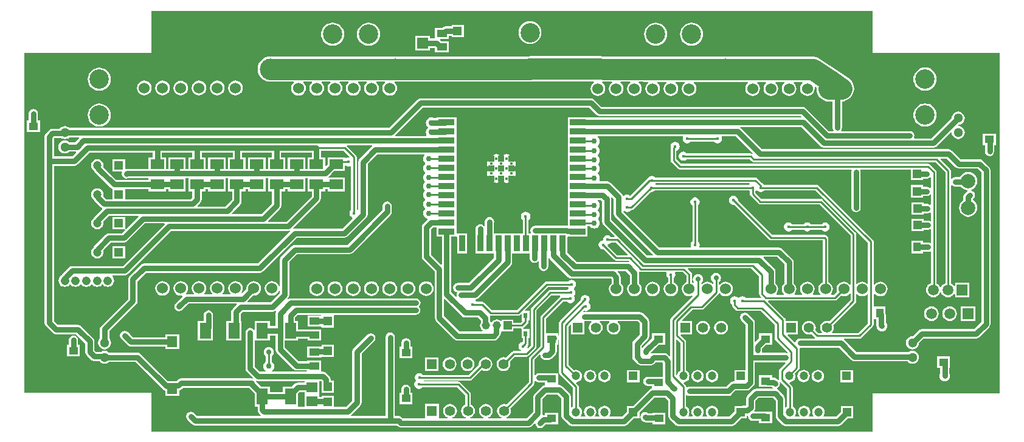
<source format=gtl>
%FSTAX23Y23*%
%MOIN*%
%SFA1B1*%

%IPPOS*%
%ADD14C,0.010000*%
%ADD20R,0.043307X0.051181*%
%ADD21R,0.055441X0.039626*%
%ADD22R,0.051181X0.043307*%
%ADD23R,0.047244X0.047244*%
%ADD24R,0.062992X0.086614*%
%ADD25R,0.062992X0.085827*%
%ADD26R,0.047244X0.047244*%
%ADD27R,0.061024X0.053150*%
%ADD28R,0.075197X0.053937*%
%ADD29R,0.023622X0.031496*%
%ADD30C,0.078740*%
%ADD31R,0.035433X0.035433*%
%ADD32R,0.035433X0.088582*%
%ADD33R,0.088582X0.035433*%
%ADD34R,0.055118X0.059055*%
%ADD35R,0.057087X0.041339*%
%ADD53C,0.055118*%
%ADD54R,0.055118X0.055118*%
%ADD57C,0.047244*%
%ADD65C,0.045275*%
%ADD66R,0.045275X0.045275*%
%ADD71C,0.118110*%
%ADD72C,0.030000*%
%ADD73C,0.106299*%
%ADD74C,0.060000*%
%ADD75C,0.188976*%
%ADD76C,0.059055*%
%ADD77R,0.059055X0.059055*%
%ADD78C,0.047559*%
%ADD79C,0.051181*%
%ADD80R,0.051181X0.051181*%
%ADD81C,0.015748*%
%ADD82R,0.059055X0.059055*%
%ADD83C,0.029527*%
%ADD84C,0.027559*%
%ADD85C,0.118110*%
%LNbrushed_pcb-1*%
%LPD*%
G36*
X01976Y0093D02*
X02673D01*
Y-00937*
X01976*
Y-01145*
X-01976*
Y-00932*
X-02673*
Y0093*
X-01976*
Y01162*
X01976*
Y0093*
G37*
%LNbrushed_pcb-2*%
%LPC*%
G36*
X-00265Y01084D02*
X-00332D01*
Y01076*
X-00364*
X-00373Y01074*
X-00382Y01069*
X-00383Y01068*
X-00424*
Y01009*
X-00452*
Y01023*
X-00531*
Y00944*
X-00452*
Y00958*
X-00424*
Y00933*
X-00347*
Y00995*
X-00388*
X-00394Y01001*
X-00394Y01006*
X-00394Y01006*
X-00347*
Y01025*
X-00332*
Y01017*
X-00265*
Y01084*
G37*
G36*
X00098Y01105D02*
X00086Y01104D01*
X00074Y01101*
X00063Y01095*
X00053Y01087*
X00045Y01077*
X00039Y01066*
X00036Y01054*
X00035Y01042*
X00036Y0103*
X00039Y01018*
X00045Y01007*
X00053Y00997*
X00063Y00989*
X00074Y00983*
X00086Y0098*
X00098Y00979*
X0011Y0098*
X00122Y00983*
X00133Y00989*
X00143Y00997*
X00151Y01007*
X00157Y01018*
X0016Y0103*
X00161Y01042*
X0016Y01054*
X00157Y01066*
X00151Y01077*
X00143Y01087*
X00133Y01095*
X00122Y01101*
X0011Y01104*
X00098Y01105*
G37*
G36*
X00984Y01096D02*
X00971Y01095D01*
X00959Y01092*
X00948Y01086*
X00939Y01078*
X00931Y01068*
X00925Y01057*
X00922Y01045*
X0092Y01033*
X00922Y01021*
X00925Y01009*
X00931Y00998*
X00939Y00988*
X00948Y0098*
X00959Y00974*
X00971Y00971*
X00984Y0097*
X00996Y00971*
X01008Y00974*
X01019Y0098*
X01029Y00988*
X01037Y00998*
X01042Y01009*
X01046Y01021*
X01047Y01033*
X01046Y01045*
X01042Y01057*
X01037Y01068*
X01029Y01078*
X01019Y01086*
X01008Y01092*
X00996Y01095*
X00984Y01096*
G37*
G36*
X00787D02*
X00775Y01095D01*
X00763Y01092*
X00752Y01086*
X00742Y01078*
X00734Y01068*
X00728Y01057*
X00725Y01045*
X00723Y01033*
X00725Y01021*
X00728Y01009*
X00734Y00998*
X00742Y00988*
X00752Y0098*
X00763Y00974*
X00775Y00971*
X00787Y0097*
X00799Y00971*
X00811Y00974*
X00822Y0098*
X00832Y00988*
X0084Y00998*
X00846Y01009*
X00849Y01021*
X0085Y01033*
X00849Y01045*
X00846Y01057*
X0084Y01068*
X00832Y01078*
X00822Y01086*
X00811Y01092*
X00799Y01095*
X00787Y01096*
G37*
G36*
X-00787D02*
X-00799Y01095D01*
X-00811Y01092*
X-00822Y01086*
X-00832Y01078*
X-0084Y01068*
X-00846Y01057*
X-00849Y01045*
X-0085Y01033*
X-00849Y01021*
X-00846Y01009*
X-0084Y00998*
X-00832Y00988*
X-00822Y0098*
X-00811Y00974*
X-00799Y00971*
X-00787Y0097*
X-00775Y00971*
X-00763Y00974*
X-00752Y0098*
X-00742Y00988*
X-00734Y00998*
X-00728Y01009*
X-00725Y01021*
X-00723Y01033*
X-00725Y01045*
X-00728Y01057*
X-00734Y01068*
X-00742Y01078*
X-00752Y01086*
X-00763Y01092*
X-00775Y01095*
X-00787Y01096*
G37*
G36*
X-00984D02*
X-00996Y01095D01*
X-01008Y01092*
X-01019Y01086*
X-01029Y01078*
X-01037Y01068*
X-01042Y01057*
X-01046Y01045*
X-01047Y01033*
X-01046Y01021*
X-01042Y01009*
X-01037Y00998*
X-01029Y00988*
X-01019Y0098*
X-01008Y00974*
X-00996Y00971*
X-00984Y0097*
X-00971Y00971*
X-00959Y00974*
X-00948Y0098*
X-00939Y00988*
X-00931Y00998*
X-00925Y01009*
X-00922Y01021*
X-0092Y01033*
X-00922Y01045*
X-00925Y01057*
X-00931Y01068*
X-00939Y01078*
X-00948Y01086*
X-00959Y01092*
X-00971Y01095*
X-00984Y01096*
G37*
G36*
X00098Y00913D02*
X00091Y00912D01*
X00086Y00911*
X-00642*
X-00642Y00911*
X-01325*
X-01339Y0091*
X-01352Y00906*
X-01364Y009*
X-01374Y00891*
X-01383Y00881*
X-01389Y00869*
X-01393Y00856*
X-01395Y00842*
X-01393Y00828*
X-01389Y00815*
X-01383Y00803*
X-01374Y00793*
X-01364Y00784*
X-01352Y00778*
X-01339Y00774*
X-01325Y00773*
X-01198*
X-01196Y00768*
X-01199Y00765*
X-01206Y00757*
X-0121Y00747*
X-01211Y00737*
X-0121Y00726*
X-01206Y00717*
X-01199Y00708*
X-01191Y00702*
X-01181Y00698*
X-01171Y00697*
X-0116Y00698*
X-01151Y00702*
X-01142Y00708*
X-01136Y00717*
X-01132Y00726*
X-0113Y00737*
X-01132Y00747*
X-01136Y00757*
X-01142Y00765*
X-01145Y00768*
X-01143Y00773*
X-01098*
X-01096Y00768*
X-01099Y00765*
X-01106Y00757*
X-0111Y00747*
X-01111Y00737*
X-0111Y00726*
X-01106Y00717*
X-01099Y00708*
X-01091Y00702*
X-01081Y00698*
X-01071Y00697*
X-0106Y00698*
X-01051Y00702*
X-01042Y00708*
X-01036Y00717*
X-01032Y00726*
X-0103Y00737*
X-01032Y00747*
X-01036Y00757*
X-01042Y00765*
X-01045Y00768*
X-01043Y00773*
X-00997*
X-00995Y00768*
X-00999Y00765*
X-01006Y00756*
X-0101Y00747*
X-01011Y00736*
X-0101Y00726*
X-01006Y00716*
X-00999Y00708*
X-00991Y00701*
X-00981Y00697*
X-00971Y00696*
X-0096Y00697*
X-00951Y00701*
X-00942Y00708*
X-00936Y00716*
X-00932Y00726*
X-0093Y00736*
X-00932Y00747*
X-00936Y00756*
X-00942Y00765*
X-00946Y00768*
X-00944Y00773*
X-00898*
X-00896Y00768*
X-00899Y00765*
X-00906Y00757*
X-0091Y00747*
X-00911Y00737*
X-0091Y00726*
X-00906Y00717*
X-00899Y00708*
X-00891Y00702*
X-00881Y00698*
X-00871Y00697*
X-0086Y00698*
X-00851Y00702*
X-00842Y00708*
X-00836Y00717*
X-00832Y00726*
X-0083Y00737*
X-00832Y00747*
X-00836Y00757*
X-00842Y00765*
X-00845Y00768*
X-00843Y00773*
X-00798*
X-00796Y00768*
X-00799Y00765*
X-00806Y00757*
X-0081Y00747*
X-00811Y00737*
X-0081Y00726*
X-00806Y00717*
X-00799Y00708*
X-00791Y00702*
X-00781Y00698*
X-00771Y00697*
X-0076Y00698*
X-00751Y00702*
X-00742Y00708*
X-00736Y00717*
X-00732Y00726*
X-0073Y00737*
X-00732Y00747*
X-00736Y00757*
X-00742Y00765*
X-00745Y00768*
X-00743Y00773*
X-00698*
X-00696Y00768*
X-00699Y00765*
X-00706Y00757*
X-0071Y00747*
X-00711Y00737*
X-0071Y00726*
X-00706Y00717*
X-00699Y00708*
X-00691Y00702*
X-00681Y00698*
X-00671Y00697*
X-0066Y00698*
X-00651Y00702*
X-00642Y00708*
X-00636Y00717*
X-00632Y00726*
X-0063Y00737*
X-00632Y00747*
X-00636Y00757*
X-00642Y00765*
X-00645Y00768*
X-00643Y00773*
X-00642*
X-00642Y00773*
X00097*
X00108Y00774*
X00446Y00773*
X00448Y00768*
X00442Y00764*
X00436Y00755*
X00432Y00746*
X0043Y00735*
X00432Y00725*
X00436Y00715*
X00442Y00707*
X00451Y007*
X0046Y00696*
X00471Y00695*
X00481Y00696*
X00491Y007*
X00499Y00707*
X00506Y00715*
X0051Y00725*
X00511Y00735*
X0051Y00746*
X00506Y00755*
X00499Y00764*
X00494Y00768*
X00496Y00773*
X00546Y00773*
X00548Y00768*
X00542Y00764*
X00536Y00755*
X00532Y00746*
X0053Y00735*
X00532Y00725*
X00536Y00715*
X00542Y00707*
X00551Y007*
X0056Y00696*
X00571Y00695*
X00581Y00696*
X00591Y007*
X00599Y00707*
X00606Y00715*
X0061Y00725*
X00611Y00735*
X0061Y00746*
X00606Y00755*
X00599Y00764*
X00594Y00768*
X00596Y00773*
X00647Y00773*
X00648Y00768*
X00642Y00763*
X00636Y00755*
X00632Y00745*
X0063Y00734*
X00632Y00724*
X00636Y00714*
X00642Y00706*
X00651Y007*
X0066Y00696*
X00671Y00694*
X00681Y00696*
X00691Y007*
X00699Y00706*
X00706Y00714*
X0071Y00724*
X00711Y00734*
X0071Y00745*
X00706Y00755*
X00699Y00763*
X00693Y00768*
X00695Y00773*
X00745Y00772*
X00747Y00767*
X00742Y00764*
X00736Y00755*
X00732Y00746*
X0073Y00735*
X00732Y00725*
X00736Y00715*
X00742Y00707*
X00751Y007*
X0076Y00696*
X00771Y00695*
X00781Y00696*
X00791Y007*
X00799Y00707*
X00806Y00715*
X0081Y00725*
X00811Y00735*
X0081Y00746*
X00806Y00755*
X00799Y00764*
X00795Y00767*
X00796Y00772*
X00845Y00772*
X00847Y00767*
X00842Y00764*
X00836Y00755*
X00832Y00746*
X0083Y00735*
X00832Y00725*
X00836Y00715*
X00842Y00707*
X00851Y007*
X0086Y00696*
X00871Y00695*
X00881Y00696*
X00891Y007*
X00899Y00707*
X00906Y00715*
X0091Y00725*
X00911Y00735*
X0091Y00746*
X00906Y00755*
X00899Y00764*
X00895Y00767*
X00897Y00772*
X00945Y00772*
X00947Y00767*
X00942Y00764*
X00936Y00755*
X00932Y00746*
X0093Y00735*
X00932Y00725*
X00936Y00715*
X00942Y00707*
X00951Y007*
X0096Y00696*
X00971Y00695*
X00981Y00696*
X00991Y007*
X00999Y00707*
X01006Y00715*
X0101Y00725*
X01011Y00735*
X0101Y00746*
X01006Y00755*
X00999Y00764*
X00995Y00767*
X00997Y00772*
X01171Y00772*
X01292Y00771*
X01293Y00766*
X0129Y00764*
X01283Y00755*
X01279Y00746*
X01278Y00735*
X01279Y00725*
X01283Y00715*
X0129Y00707*
X01298Y007*
X01308Y00696*
X01318Y00695*
X01329Y00696*
X01339Y007*
X01347Y00707*
X01353Y00715*
X01357Y00725*
X01359Y00735*
X01357Y00746*
X01353Y00755*
X01347Y00764*
X01344Y00766*
X01345Y00771*
X01391Y00771*
X01393Y00766*
X0139Y00764*
X01383Y00755*
X01379Y00746*
X01378Y00735*
X01379Y00725*
X01383Y00715*
X0139Y00707*
X01398Y007*
X01408Y00696*
X01418Y00695*
X01429Y00696*
X01439Y007*
X01447Y00707*
X01453Y00715*
X01457Y00725*
X01459Y00735*
X01457Y00746*
X01453Y00755*
X01447Y00764*
X01444Y00766*
X01446Y00771*
X01492Y00771*
X01494Y00766*
X0149Y00763*
X01483Y00755*
X01479Y00745*
X01478Y00734*
X01479Y00724*
X01483Y00714*
X0149Y00706*
X01498Y007*
X01508Y00696*
X01518Y00694*
X01529Y00696*
X01539Y007*
X01547Y00706*
X01553Y00714*
X01557Y00724*
X01559Y00734*
X01557Y00745*
X01553Y00755*
X01547Y00763*
X01543Y00766*
X01545Y00771*
X01591Y00771*
X01593Y00766*
X0159Y00764*
X01583Y00755*
X01579Y00746*
X01578Y00735*
X01579Y00725*
X01583Y00715*
X0159Y00707*
X01598Y007*
X01608Y00696*
X01618Y00695*
X01629Y00696*
X01639Y007*
X01647Y00707*
X01653Y00715*
X01657Y00725*
X01659Y00735*
X01658Y00744*
X01662Y00747*
X01669Y00742*
X01668Y00733*
X01669Y0072*
X01673Y00707*
X0168Y00695*
X01688Y00684*
X01699Y00676*
X01711Y00669*
X01724Y00665*
X01737Y00664*
X01757*
Y0052*
X01759Y0051*
X01762Y00506*
X01759Y00502*
X01736*
X01611Y00628*
X01602Y00633*
X01592Y00635*
X0049*
X00451Y00674*
X00443Y0068*
X00433Y00682*
X-005*
X-0051Y0068*
X-00518Y00674*
X-00674Y00519*
X-02427*
X-02434Y00524*
X-02443Y00528*
X-02452Y00529*
X-02462Y00528*
X-0247Y00524*
X-02478Y00519*
X-02481Y00515*
X-0252*
X-0253Y00513*
X-02538Y00507*
X-02555Y0049*
X-02561Y00481*
X-02563Y00472*
Y00338*
Y-00548*
X-02561Y-00558*
X-02555Y-00566*
X-02518Y-00604*
X-02509Y-0061*
X-025Y-00612*
X-0239*
X-0234Y-00662*
Y-00711*
X-02338Y-00721*
X-02332Y-00729*
X-0231Y-00752*
X-02302Y-00757*
X-02292Y-00759*
X-02262*
X-02259Y-00763*
X-02252Y-00769*
X-02243Y-00772*
X-02234Y-00774*
X-02224Y-00772*
X-02216Y-00769*
X-02209Y-00763*
X-02065*
X-01913Y-00915*
X-01905Y-00921*
X-019Y-00922*
Y-00948*
X-01825*
Y-00919*
X-0182Y-00918*
X-01812Y-00912*
X-01805Y-00905*
X-01443*
X-01411Y-00937*
Y-01008*
X-01395*
Y-01027*
X-01393Y-01037*
X-01388Y-01045*
X-01379Y-01053*
X-01376Y-01056*
X-01377Y-01061*
X-01727*
X-01743Y-01044*
X-01752Y-01039*
X-01761Y-01037*
X-01771Y-01039*
X-01779Y-01044*
X-01785Y-01053*
X-01787Y-01062*
X-01785Y-01072*
X-01779Y-01081*
X-01756Y-01104*
X-01747Y-0111*
X-01738Y-01112*
X-00633*
X-00628Y-01116*
X-0062Y-01121*
X-0061Y-01123*
X0009*
X001Y-01121*
X00108Y-01116*
X00123Y-01101*
X00128Y-01103*
X00129Y-01111*
X00135Y-01119*
X00143Y-01125*
X00153Y-01127*
X00163Y-01125*
X00171Y-01119*
X00184Y-01106*
X00209*
X00212Y-01105*
X00252*
Y-01042*
X0018*
Y-01055*
X00174*
X0017Y-01055*
X00166Y-01051*
X00167Y-01047*
Y-00993*
Y-00967*
X00191Y-00942*
X00249*
X00271Y-00965*
Y-01059*
X00273Y-01068*
X00279Y-01077*
X0031Y-01108*
X00318Y-01113*
X00328Y-01115*
X00613*
X00622Y-01113*
X00631Y-01108*
X00667Y-01072*
X00698*
Y-01041*
X0078Y-00958*
X00839*
X00856Y-00975*
Y-01059*
X00858Y-01069*
X00863Y-01077*
X00894Y-01108*
X00902Y-01113*
X00912Y-01115*
X01202*
X01212Y-01113*
X0122Y-01108*
X01256Y-01072*
X01287*
Y-01059*
X01289Y-01058*
X01293Y-0106*
X01294Y-01061*
X01296Y-0107*
X01301Y-01079*
X01302Y-01079*
X0131Y-01085*
X0132Y-01087*
X01354*
Y-01099*
X01426*
Y-01036*
X01388*
X01386Y-01036*
X01328*
X01326Y-01031*
X01327Y-0103*
X01332Y-01022*
X01334Y-01012*
Y-00977*
X0135Y-00961*
X01431*
X01445Y-00975*
Y-0106*
X01447Y-01069*
X01453Y-01078*
X01483Y-01108*
X01491Y-01113*
X01501Y-01115*
X01786*
X01796Y-01113*
X01804Y-01108*
X0184Y-01072*
X01871*
Y-01039*
X01871Y-01038*
X01871Y-01037*
Y-01005*
X01838*
X01837Y-01004*
X01836Y-01005*
X01804*
Y-01036*
X01775Y-01064*
X01709*
X01706Y-01059*
X01709Y-01055*
X01713Y-01047*
X01714Y-01038*
X01713Y-01029*
X01709Y-01021*
X01704Y-01014*
X01697Y-01009*
X01689Y-01005*
X0168Y-01004*
X01671Y-01005*
X01663Y-01009*
X01656Y-01014*
X01651Y-01021*
X01647Y-01029*
X01646Y-01038*
X01647Y-01047*
X01651Y-01055*
X01654Y-01059*
X01651Y-01064*
X0163*
X01627Y-01059*
X01631Y-01055*
X01634Y-01047*
X01635Y-01038*
X01634Y-01029*
X01631Y-01021*
X01625Y-01014*
X01618Y-01009*
X0161Y-01005*
X01601Y-01004*
X01592Y-01005*
X01584Y-01009*
X01577Y-01014*
X01572Y-01021*
X01568Y-01029*
X01567Y-01038*
X01568Y-01047*
X01572Y-01055*
X01575Y-01059*
X01573Y-01064*
X01551*
X01549Y-01059*
X01552Y-01055*
X01555Y-01047*
X01556Y-01038*
X01555Y-01029*
X01552Y-01021*
X01546Y-01014*
X01539Y-01009*
X01538Y-01008*
Y-00903*
X01537Y-00898*
X01533Y-00893*
X01521Y-0088*
X01523Y-00875*
X01528Y-00874*
X01536Y-00871*
X01543Y-00865*
X01549Y-00858*
X01552Y-0085*
X01553Y-00841*
X01552Y-00832*
X0155Y-00828*
X01571Y-00807*
X01575Y-00802*
X01576Y-00797*
Y-00691*
X01577Y-00689*
X0158Y-00686*
X01792*
X01859Y-00754*
X01868Y-00759*
X01877Y-00761*
X02168*
X02169Y-00763*
X02177Y-00769*
X02185Y-00772*
X02195Y-00774*
X02204Y-00772*
X02213Y-00769*
X0222Y-00763*
X02226Y-00756*
X02229Y-00747*
X02231Y-00738*
X02229Y-00728*
X02226Y-0072*
X0222Y-00712*
X02213Y-00707*
X02204Y-00703*
X02195Y-00702*
X02185Y-00703*
X02177Y-00707*
X02172Y-0071*
X01888*
X01821Y-00643*
X01818Y-00641*
X0182Y-00636*
X01903*
X01909Y-00635*
X01914Y-00632*
X01977Y-00569*
X01981Y-00564*
X01982Y-00558*
Y-00535*
X01984Y-00531*
X01987*
X01997*
Y-00562*
X01997Y-00565*
X01997Y-00566*
X01998Y-00574*
X02001Y-00581*
X02006Y-00587*
X02012Y-00592*
X02019Y-00595*
X02027Y-00596*
X02035Y-00595*
X02042Y-00592*
X02048Y-00587*
X02053Y-00581*
X02056Y-00574*
X02057Y-00566*
X02056Y-00559*
X02053Y-00552*
X02048Y-00545*
X02048Y-00545*
Y-00503*
X02047Y-005*
Y-0046*
X01987*
X01984*
X01982Y-00456*
Y-0039*
X01987Y-00388*
X0199Y-00392*
X01998Y-00399*
X02008Y-00403*
X02018Y-00404*
X02029Y-00403*
X02039Y-00399*
X02047Y-00392*
X02053Y-00384*
X02057Y-00374*
X02059Y-00364*
X02057Y-00353*
X02053Y-00344*
X02047Y-00335*
X02039Y-00329*
X02029Y-00325*
X02018Y-00323*
X02008Y-00325*
X01998Y-00329*
X0199Y-00335*
X01987Y-00339*
X01982Y-00338*
Y-00103*
X01981Y-00097*
X01977Y-00092*
X01681Y00203*
X01676Y00207*
X0167Y00208*
X01382*
X01381Y0021*
X01372Y00216*
X0137Y00216*
X01344Y00243*
X01339Y00246*
X01333Y00247*
X00786*
X00784Y0025*
X00776Y00255*
X00766Y00257*
X00757Y00255*
X00748Y0025*
X00745Y00245*
X00742Y00243*
X00647Y00148*
X0064Y00153*
X0063Y00155*
X00621Y00153*
X00613Y00147*
X00612Y00146*
X00607Y00147*
X00606Y00151*
X006Y00159*
X00541Y00218*
X00533Y00224*
X00523Y00226*
X0048*
X00478Y00231*
X0048Y00237*
X00481Y00245*
X0048Y00253*
X00477Y0026*
X00473Y00266*
X0047Y00268*
Y00273*
X00473Y00275*
X00477Y00281*
X0048Y00288*
X00481Y00296*
X0048Y00304*
X00477Y00311*
X00473Y00317*
X00472Y00317*
Y0032*
X00473Y00323*
X00477Y00328*
X0048Y00335*
X00481Y00343*
X0048Y00351*
X00477Y00358*
X00473Y00364*
X0047Y00366*
Y00371*
X00473Y00373*
X00477Y00379*
X0048Y00387*
X00481Y00394*
X0048Y00402*
X00477Y00409*
X00473Y00415*
X0047Y00417*
Y00422*
X00473Y00424*
X00477Y00431*
X0048Y00438*
X00481Y00446*
X0048Y00453*
X00477Y0046*
X00473Y00467*
X00468Y0047*
X0047Y00475*
X00935*
X00937Y00471*
X00937Y0047*
X00935Y00461*
X00937Y00451*
X00942Y00443*
X00951Y00437*
X0096Y00435*
X0097Y00437*
X00978Y00443*
X00979Y00445*
X01106*
X01108Y00442*
X01116Y00437*
X01125Y00435*
X01135Y00437*
X01143Y00442*
X01149Y00451*
X01151Y0046*
X01149Y0047*
X01148Y0047*
X01151Y00475*
X01224*
X01319Y0038*
X01316Y00376*
X01314Y00378*
X01308Y00379*
X00958*
X00956Y00381*
X00948Y00387*
X00938Y00389*
X00929Y00387*
X00921Y00381*
X00915Y00373*
X00913Y00364*
X00915Y00354*
X00921Y00346*
X00929Y0034*
X00938Y00339*
X00948Y0034*
X00956Y00346*
X00958Y00348*
X01301*
X01313Y00337*
X01318Y00333*
X01324Y00332*
X0232*
X02375Y00278*
Y-00332*
X02368Y-00335*
X0236Y-00341*
X02354Y-00349*
X02352Y-00354*
X02346*
X02344Y-00349*
X02338Y-00341*
X0233Y-00335*
X02327Y-00334*
Y00277*
X02326Y00283*
X02322Y00288*
X02292Y00318*
X02287Y00322*
X02281Y00323*
X00925*
X00901Y00347*
Y00394*
X00904Y00395*
X00912Y004*
X00917Y00408*
X00919Y00418*
X00917Y00427*
X00912Y00436*
X00904Y00441*
X00894Y00443*
X00885Y00441*
X00876Y00436*
X00871Y00427*
X00869Y00418*
X0087Y00411*
X0087Y00409*
Y00341*
X00871Y00335*
X00874Y0033*
X00908Y00297*
X00913Y00293*
X00919Y00292*
X0186*
X01862Y00288*
X01862Y00287*
X0186Y00278*
Y00082*
X01862Y00072*
X01867Y00064*
X01876Y00059*
X01885Y00057*
X01895Y00059*
X01903Y00064*
X01909Y00072*
X01911Y00082*
Y00278*
X01909Y00287*
X01909Y00288*
X01911Y00292*
X02186*
Y00233*
X02254*
Y00241*
X02273*
X02283Y00243*
X02291Y00248*
X02291Y00249*
X02296Y00248*
Y00191*
X02291Y00189*
X02291Y0019*
X02283Y00195*
X02273Y00197*
X02254*
Y00206*
X02186*
Y00138*
X02254*
Y00146*
X02273*
X02283Y00148*
X02291Y00154*
X02291Y00155*
X02296Y00153*
Y00101*
X02291Y00098*
X02287Y00101*
X02277Y00103*
X02257*
Y00111*
X0219*
Y00044*
X02257*
Y00052*
X02277*
X02287Y00054*
X02291Y00057*
X02296Y00054*
Y00011*
X02292Y00008*
X02289Y0001*
X02279Y00012*
X02257*
Y00021*
X0219*
Y-00046*
X02257*
Y-00038*
X02279*
X02289Y-00036*
X02292Y-00034*
X02296Y-00036*
Y-0011*
X02292Y-00112*
X02289Y-0011*
X02279Y-00108*
X02276Y-00108*
X02252*
Y-00098*
X02188*
Y-0017*
X02252*
Y-00159*
X02278*
X02288Y-00158*
X02292Y-00155*
X02296Y-00157*
Y-00332*
X0229Y-00335*
X02281Y-00341*
X02275Y-00349*
X02271Y-00359*
X0227Y-00369*
X02271Y-0038*
X02275Y-00389*
X02281Y-00397*
X0229Y-00404*
X02299Y-00408*
X0231Y-00409*
X0232Y-00408*
X0233Y-00404*
X02338Y-00397*
X02344Y-00389*
X02346Y-00384*
X02352*
X02354Y-00389*
X0236Y-00397*
X02368Y-00404*
X02378Y-00408*
X02388Y-00409*
X02399Y-00408*
X02408Y-00404*
X02417Y-00397*
X02423Y-0039*
X02423Y-0039*
X02428Y-00393*
Y-00409*
X02466*
X02467Y-00409*
X02468Y-00409*
X02507*
Y-00371*
X02507Y-00369*
X02507Y-00368*
Y-0033*
X02468*
X02467Y-0033*
X02466Y-0033*
X02428*
Y-00346*
X02423Y-00349*
X02423Y-00349*
X02417Y-00341*
X02408Y-00335*
X02406Y-00334*
Y00205*
X0241Y00206*
X02411Y00206*
X02419Y002*
X02429Y00198*
X02461*
X02465Y00192*
X02475Y00185*
X02487Y0018*
X02497Y00178*
X02498Y00173*
X02493Y0017*
X02481Y00158*
X02476Y0015*
X02474Y0014*
Y00124*
X02465Y00117*
X02457Y00107*
X02452Y00095*
X02451Y00082*
X02452Y00069*
X02457Y00057*
X02465Y00047*
X02475Y00039*
X02487Y00034*
X025Y00032*
X02513Y00034*
X02525Y00039*
X02536Y00047*
X02543Y00057*
X02548Y00069*
X0255Y00082*
X02548Y00095*
X02543Y00107*
X02536Y00117*
X02526Y00125*
X02525Y0013*
X02529Y00134*
X02535Y00142*
X02537Y00152*
X02535Y00162*
X02529Y0017*
X02521Y00175*
X02518Y00176*
X02517Y00181*
X02525Y00185*
X02536Y00192*
X02543Y00203*
X02548Y00215*
X0255Y00228*
X02548Y00241*
X02543Y00253*
X02536Y00263*
X02525Y00271*
X02513Y00276*
X025Y00277*
X02487Y00276*
X02475Y00271*
X02465Y00263*
X02457Y00253*
X02456Y00249*
X02429*
X02419Y00247*
X02411Y00242*
X0241Y00242*
X02406Y00243*
Y00284*
X02404Y0029*
X02401Y00295*
X02348Y00347*
X0235Y00352*
X02382*
X0243Y00304*
X02438Y00299*
X02448Y00297*
X02552*
X02572Y00276*
Y-00544*
X02532Y-00584*
X02245*
X02235Y-00586*
X02227Y-00592*
X02196Y-00623*
X02195Y-00623*
X02185Y-00624*
X02177Y-00628*
X02169Y-00634*
X02164Y-00641*
X0216Y-0065*
X02159Y-00659*
X0216Y-00668*
X02164Y-00677*
X02169Y-00684*
X02177Y-0069*
X02185Y-00694*
X02195Y-00695*
X02204Y-00694*
X02213Y-0069*
X0222Y-00684*
X02226Y-00677*
X02229Y-00668*
X0223Y-00661*
X02256Y-00635*
X02543*
X02553Y-00633*
X02561Y-00628*
X02616Y-00573*
X02621Y-00564*
X02623Y-00555*
Y00287*
X02621Y00297*
X02616Y00305*
X02581Y0034*
X02572Y00346*
X02562Y00348*
X02459*
X02411Y00395*
X02403Y00401*
X02393Y00403*
X01368*
X01253Y00518*
X01251Y0052*
X01252Y00525*
X01585*
X01691Y00418*
X01699Y00413*
X01709Y00411*
X0231*
X02319Y00413*
X02328Y00418*
X02406Y00496*
X02409Y00495*
X0241Y00494*
X02411Y00485*
X02415Y00476*
X0242Y00469*
X02428Y00463*
X02437Y00459*
X02446Y00458*
X02455Y00459*
X02464Y00463*
X02471Y00469*
X02477Y00476*
X02481Y00485*
X02482Y00494*
X02481Y00503*
X02477Y00512*
X02471Y00519*
X02464Y00525*
X02455Y00529*
X02448Y0053*
X02446Y00535*
X02447Y00537*
X02455Y00538*
X02464Y00542*
X02471Y00547*
X02477Y00555*
X02481Y00563*
X02482Y00573*
X02481Y00582*
X02477Y00591*
X02471Y00598*
X02464Y00604*
X02455Y00607*
X02446Y00609*
X02437Y00607*
X02428Y00604*
X0242Y00598*
X02415Y00591*
X02411Y00582*
X0241Y00573*
X02299Y00462*
X02206*
X02204Y00466*
X02204Y00467*
X02206Y00477*
X02204Y00487*
X02199Y00495*
X0219Y005*
X02181Y00502*
X02179Y00502*
X01807*
X01804Y00506*
X01807Y0051*
X01808Y0052*
Y00664*
X01818Y00665*
X01831Y00669*
X01843Y00676*
X01853Y00684*
X01854Y00685*
X01855Y00686*
X01864Y00697*
X0187Y00709*
X01874Y00722*
X01875Y00735*
X01874Y00749*
X0187Y00762*
X01864Y00774*
X01855Y00784*
X01844Y00793*
X01784Y00833*
X01687Y00898*
X01682Y00901*
X01676Y00904*
X01676Y00904*
X01675Y00904*
X01675Y00904*
X01675Y00904*
X01669Y00906*
X01663Y00908*
X01663Y00908*
X01662Y00908*
X01662Y00908*
X01662Y00908*
X01656Y00909*
X0165Y00909*
X01649Y00909*
X01649Y00909*
X01171Y0091*
X00949Y00911*
X00885Y00911*
X00098Y00913*
X00098Y00913*
X00098Y00913*
G37*
G36*
X02263Y0085D02*
X02251Y00849D01*
X02239Y00846*
X02228Y0084*
X02218Y00832*
X02211Y00822*
X02205Y00811*
X02201Y00799*
X022Y00787*
X02201Y00775*
X02205Y00763*
X02211Y00752*
X02218Y00742*
X02228Y00734*
X02239Y00728*
X02251Y00725*
X02263Y00723*
X02276Y00725*
X02288Y00728*
X02299Y00734*
X02308Y00742*
X02316Y00752*
X02322Y00763*
X02326Y00775*
X02327Y00787*
X02326Y00799*
X02322Y00811*
X02316Y00822*
X02308Y00832*
X02299Y0084*
X02288Y00846*
X02276Y00849*
X02263Y0085*
G37*
G36*
X-02263Y0085D02*
X-02276Y00848D01*
X-02287Y00845*
X-02298Y00839*
X-02308Y00831*
X-02316Y00821*
X-02322Y0081*
X-02325Y00798*
X-02327Y00786*
X-02325Y00774*
X-02322Y00762*
X-02316Y00751*
X-02308Y00741*
X-02298Y00733*
X-02287Y00727*
X-02276Y00724*
X-02263Y00723*
X-02251Y00724*
X-02239Y00727*
X-02228Y00733*
X-02218Y00741*
X-0221Y00751*
X-02205Y00762*
X-02201Y00774*
X-022Y00786*
X-02201Y00798*
X-02205Y0081*
X-0221Y00821*
X-02218Y00831*
X-02228Y00839*
X-02239Y00845*
X-02251Y00848*
X-02263Y0085*
G37*
G36*
X-01516Y00779D02*
X-01527Y00777D01*
X-01536Y00773*
X-01545Y00767*
X-01551Y00759*
X-01555Y00749*
X-01556Y00738*
X-01555Y00728*
X-01551Y00718*
X-01545Y0071*
X-01536Y00703*
X-01527Y00699*
X-01516Y00698*
X-01506Y00699*
X-01496Y00703*
X-01488Y0071*
X-01481Y00718*
X-01477Y00728*
X-01476Y00738*
X-01477Y00749*
X-01481Y00759*
X-01488Y00767*
X-01496Y00773*
X-01506Y00777*
X-01516Y00779*
G37*
G36*
X-01616D02*
X-01627Y00777D01*
X-01636Y00773*
X-01645Y00767*
X-01651Y00759*
X-01655Y00749*
X-01656Y00738*
X-01655Y00728*
X-01651Y00718*
X-01645Y0071*
X-01636Y00703*
X-01627Y00699*
X-01616Y00698*
X-01606Y00699*
X-01596Y00703*
X-01588Y0071*
X-01581Y00718*
X-01577Y00728*
X-01576Y00738*
X-01577Y00749*
X-01581Y00759*
X-01588Y00767*
X-01596Y00773*
X-01606Y00777*
X-01616Y00779*
G37*
G36*
X-01716D02*
X-01727Y00777D01*
X-01736Y00773*
X-01745Y00767*
X-01751Y00759*
X-01755Y00749*
X-01756Y00738*
X-01755Y00728*
X-01751Y00718*
X-01745Y0071*
X-01736Y00703*
X-01727Y00699*
X-01716Y00698*
X-01706Y00699*
X-01696Y00703*
X-01688Y0071*
X-01681Y00718*
X-01677Y00728*
X-01676Y00738*
X-01677Y00749*
X-01681Y00759*
X-01688Y00767*
X-01696Y00773*
X-01706Y00777*
X-01716Y00779*
G37*
G36*
X-01916D02*
X-01927Y00777D01*
X-01936Y00773*
X-01945Y00767*
X-01951Y00759*
X-01955Y00749*
X-01956Y00738*
X-01955Y00728*
X-01951Y00718*
X-01945Y0071*
X-01936Y00703*
X-01927Y00699*
X-01916Y00698*
X-01906Y00699*
X-01896Y00703*
X-01888Y0071*
X-01881Y00718*
X-01877Y00728*
X-01876Y00738*
X-01877Y00749*
X-01881Y00759*
X-01888Y00767*
X-01896Y00773*
X-01906Y00777*
X-01916Y00779*
G37*
G36*
X-02016D02*
X-02027Y00777D01*
X-02036Y00773*
X-02045Y00767*
X-02051Y00759*
X-02055Y00749*
X-02056Y00738*
X-02055Y00728*
X-02051Y00718*
X-02045Y0071*
X-02036Y00703*
X-02027Y00699*
X-02016Y00698*
X-02006Y00699*
X-01996Y00703*
X-01988Y0071*
X-01981Y00718*
X-01977Y00728*
X-01976Y00738*
X-01977Y00749*
X-01981Y00759*
X-01988Y00767*
X-01996Y00773*
X-02006Y00777*
X-02016Y00779*
G37*
G36*
X-01816Y00778D02*
X-01827Y00777D01*
X-01836Y00772*
X-01845Y00766*
X-01851Y00758*
X-01855Y00748*
X-01856Y00738*
X-01855Y00727*
X-01851Y00717*
X-01845Y00709*
X-01836Y00703*
X-01827Y00699*
X-01816Y00697*
X-01806Y00699*
X-01796Y00703*
X-01788Y00709*
X-01781Y00717*
X-01777Y00727*
X-01776Y00738*
X-01777Y00748*
X-01781Y00758*
X-01788Y00766*
X-01796Y00772*
X-01806Y00777*
X-01816Y00778*
G37*
G36*
X02263Y00654D02*
X02251Y00652D01*
X02239Y00649*
X02228Y00643*
X02218Y00635*
X02211Y00625*
X02205Y00614*
X02201Y00602*
X022Y0059*
X02201Y00578*
X02205Y00566*
X02211Y00555*
X02218Y00545*
X02228Y00537*
X02239Y00531*
X02251Y00528*
X02263Y00527*
X02276Y00528*
X02288Y00531*
X02299Y00537*
X02308Y00545*
X02316Y00555*
X02322Y00566*
X02326Y00578*
X02327Y0059*
X02326Y00602*
X02322Y00614*
X02316Y00625*
X02308Y00635*
X02299Y00643*
X02288Y00649*
X02276Y00652*
X02263Y00654*
G37*
G36*
X-02263Y00653D02*
X-02276Y00651D01*
X-02287Y00648*
X-02298Y00642*
X-02308Y00634*
X-02316Y00624*
X-02322Y00613*
X-02325Y00602*
X-02327Y00589*
X-02325Y00577*
X-02322Y00565*
X-02316Y00554*
X-02308Y00544*
X-02298Y00536*
X-02287Y00531*
X-02276Y00527*
X-02263Y00526*
X-02251Y00527*
X-02239Y00531*
X-02228Y00536*
X-02218Y00544*
X-0221Y00554*
X-02205Y00565*
X-02201Y00577*
X-022Y00589*
X-02201Y00602*
X-02205Y00613*
X-0221Y00624*
X-02218Y00634*
X-02228Y00642*
X-02239Y00648*
X-02251Y00651*
X-02263Y00653*
G37*
G36*
X-02624Y00623D02*
X-02634Y00621D01*
X-02642Y00616*
X-02648Y00607*
X-0265Y00598*
Y00559*
X-02659*
Y00496*
X-02588*
Y00559*
X-02599*
Y00598*
X-02601Y00607*
X-02606Y00616*
X-02615Y00621*
X-02624Y00623*
G37*
G36*
X02652Y00488D02*
X02581D01*
Y00425*
X02592*
Y0039*
X02594Y0038*
X026Y00372*
X02608Y00366*
X02618Y00364*
X02628Y00366*
X02636Y00372*
X02641Y0038*
X02643Y0039*
Y00425*
X02652*
Y00488*
G37*
G36*
X02538Y-0046D02*
X02459D01*
Y-00539*
X02538*
Y-0046*
G37*
G36*
X02398Y-00459D02*
X02388Y-00461D01*
X02378Y-00465*
X0237Y-00471*
X02364Y-00479*
X0236Y-00489*
X02358Y-00499*
X0236Y-00509*
X02364Y-00519*
X0237Y-00527*
X02378Y-00534*
X02388Y-00538*
X02398Y-00539*
X02408Y-00538*
X02418Y-00534*
X02426Y-00527*
X02433Y-00519*
X02437Y-00509*
X02438Y-00499*
X02437Y-00489*
X02433Y-00479*
X02426Y-00471*
X02418Y-00465*
X02408Y-00461*
X02398Y-00459*
G37*
G36*
X02298D02*
X02288Y-00461D01*
X02278Y-00465*
X0227Y-00471*
X02264Y-00479*
X0226Y-00489*
X02258Y-00499*
X0226Y-00509*
X02264Y-00519*
X0227Y-00527*
X02278Y-00534*
X02288Y-00538*
X02298Y-00539*
X02308Y-00538*
X02318Y-00534*
X02326Y-00527*
X02333Y-00519*
X02337Y-00509*
X02338Y-00499*
X02337Y-00489*
X02333Y-00479*
X02326Y-00471*
X02318Y-00465*
X02308Y-00461*
X02298Y-00459*
G37*
G36*
X-02404Y-00618D02*
X-02414Y-0062D01*
X-02422Y-00625*
X-02422Y-00626*
X-02428Y-00634*
X-0243Y-00644*
Y-00671*
X-0244*
Y-00734*
X-02369*
Y-00671*
X-02379*
Y-00646*
X-02379Y-00643*
X-0238Y-00634*
X-02386Y-00625*
X-02394Y-0062*
X-02404Y-00618*
G37*
G36*
X02401Y-00734D02*
X0233D01*
Y-00797*
X02346*
Y-00826*
X02346Y-00826*
X02343Y-00833*
X02342Y-00841*
X02343Y-00849*
X02346Y-00856*
X0235Y-00862*
X02357Y-00867*
X02364Y-0087*
X02372Y-00871*
X02379Y-0087*
X02386Y-00867*
X02393Y-00862*
X02397Y-00856*
X024Y-00849*
X02401Y-00841*
X024Y-00833*
X02397Y-00826*
X02397Y-00826*
Y-00797*
X02401*
Y-00734*
G37*
G36*
X01834Y-00808D02*
X01833Y-00808D01*
X01801*
Y-0084*
X018Y-00841*
X01801Y-00842*
Y-00875*
X01833*
X01834Y-00875*
X01835Y-00875*
X01868*
Y-00842*
X01868Y-00841*
X01868Y-0084*
Y-00808*
X01835*
X01834Y-00808*
G37*
G36*
X01677Y-00807D02*
X01668Y-00809D01*
X0166Y-00812*
X01653Y-00817*
X01647Y-00824*
X01644Y-00832*
X01643Y-00841*
X01644Y-0085*
X01647Y-00858*
X01653Y-00865*
X0166Y-00871*
X01668Y-00874*
X01677Y-00875*
X01685Y-00874*
X01694Y-00871*
X01701Y-00865*
X01706Y-00858*
X01709Y-0085*
X01711Y-00841*
X01709Y-00832*
X01706Y-00824*
X01701Y-00817*
X01694Y-00812*
X01685Y-00809*
X01677Y-00807*
G37*
G36*
X01598D02*
X01589Y-00809D01*
X01581Y-00812*
X01574Y-00817*
X01569Y-00824*
X01565Y-00832*
X01564Y-00841*
X01565Y-0085*
X01569Y-00858*
X01574Y-00865*
X01581Y-00871*
X01589Y-00874*
X01598Y-00875*
X01607Y-00874*
X01615Y-00871*
X01622Y-00865*
X01627Y-00858*
X01631Y-0085*
X01632Y-00841*
X01631Y-00832*
X01627Y-00824*
X01622Y-00817*
X01615Y-00812*
X01607Y-00809*
X01598Y-00807*
G37*
G36*
X00729Y-01039D02*
X00719Y-01041D01*
X00711Y-01047*
X00705Y-01055*
X00703Y-01065*
X00705Y-01075*
X00711Y-01083*
X00717Y-01089*
X00725Y-01094*
X00735Y-01096*
X0077*
Y-01105*
X00841*
Y-01042*
X0077*
Y-01045*
X00744*
X00738Y-01041*
X00729Y-01039*
G37*
%LNbrushed_pcb-3*%
%LPD*%
G36*
X00462Y00592D02*
X0047Y00586D01*
X0048Y00584*
X01582*
X01586Y0058*
X01584Y00576*
X00414*
Y00578*
X00305*
Y00523*
Y00473*
Y00423*
Y00373*
Y00323*
Y00273*
Y00223*
Y00173*
Y00123*
Y00073*
Y00023*
Y-00014*
X00302Y-00017*
X00301Y-00017*
X00125*
X00116Y-00019*
X00107Y-00025*
X00102Y-00033*
X001Y-00043*
X00102Y-00053*
X00104Y-00055*
X00101Y-00059*
X0009*
Y00015*
X00092Y00017*
X00098Y00025*
X00099Y00035*
X00098Y00045*
X00092Y00053*
X00084Y00058*
X00074Y0006*
X00065Y00058*
X00057Y00053*
X00051Y00045*
X00049Y00035*
X00051Y00025*
X00057Y00017*
X00059Y00015*
Y-00059*
X-00099*
Y00001*
X-00098Y00005*
X-001Y00015*
X-00106Y00023*
X-00114Y00029*
X-00124Y00031*
X-00133Y00029*
X-00142Y00023*
X-00143Y00022*
X-00148Y00014*
X-0015Y00004*
Y-00016*
X-00155Y-00018*
X-00156Y-00016*
X-00165Y-0001*
X-00174Y-00008*
X-00184Y-0001*
X-00192Y-00016*
X-00193Y-00016*
X-00198Y-00024*
X-002Y-00034*
Y-00059*
X-00202*
Y-00168*
X-001*
Y-00194*
X-00237Y-00331*
X-00298*
X-00308Y-00333*
X-00316Y-00339*
X-00322Y-00347*
X-00324Y-00357*
X-00322Y-00367*
X-00316Y-00375*
X-00308Y-0038*
X-00304Y-00381*
X-00302Y-00386*
X-00303Y-00387*
X-00305Y-00397*
X-00303Y-00405*
X-00308Y-00407*
X-00333Y-00382*
Y-00077*
X-00304*
X-00302Y-00081*
Y-00168*
X-00247*
Y-00059*
X-00299*
X-00302*
X-00304Y-00055*
Y-00027*
Y00022*
Y00072*
Y00122*
Y00172*
Y00222*
Y00272*
Y00322*
Y00372*
Y00422*
Y00472*
Y00522*
Y00578*
X-00413*
Y00573*
X-0043*
X-00436Y00576*
X-00443Y00577*
X-00451Y00576*
X-00458Y00573*
X-00464Y00568*
X-00469Y00562*
X-00472Y00554*
X-00473Y00547*
X-00472Y00539*
X-00469Y00532*
X-00464Y00526*
X-00462Y00524*
Y00519*
X-00464Y00517*
X-00469Y0051*
X-00472Y00503*
X-00473Y00496*
X-00472Y00488*
X-00469Y00481*
X-00469Y0048*
X-00471Y00475*
X-00639*
X-0064Y0048*
X-0049Y00631*
X00423*
X00462Y00592*
G37*
G36*
X-02373Y00463D02*
X-02396Y0044D01*
X-02427*
X-02434Y00446*
X-02443Y00449*
X-02452Y0045*
X-02462Y00449*
X-0247Y00446*
X-02478Y0044*
X-02483Y00432*
X-02487Y00424*
X-02488Y00414*
X-02487Y00405*
X-02483Y00397*
X-02478Y00389*
X-0247Y00383*
X-02462Y0038*
X-02452Y00379*
X-02443Y0038*
X-02434Y00383*
X-02427Y00389*
X-02391*
X-02389Y00384*
X-02409Y00363*
X-02512*
Y00461*
X-02509Y00464*
X-02472*
X-0247Y00462*
X-02462Y00459*
X-02452Y00457*
X-02443Y00459*
X-02434Y00462*
X-02427Y00468*
X-02375*
X-02373Y00463*
G37*
G36*
X-00892Y00362D02*
X-00894Y00358D01*
X-00897Y00358*
X-00907Y00356*
X-00911Y00354*
X-00916Y00356*
Y00357*
X-01011*
Y0032*
X-0102Y0031*
X-01025Y00312*
Y00357*
X-01047*
Y00395*
X-00924*
X-00892Y00362*
G37*
G36*
X-01098Y00357D02*
X-0112D01*
Y00294*
X-01134*
Y00357*
X-01229*
Y00311*
X-0123Y00309*
X-01229Y00306*
Y00294*
X-01243*
Y00357*
X-01267*
Y00384*
X-01098*
Y00357*
G37*
G36*
X-01318D02*
X-01338D01*
Y00294*
X-01352*
Y00357*
X-01448*
Y00294*
X-01461*
Y00357*
X-01481*
Y00384*
X-01318*
Y00357*
G37*
G36*
X-01532D02*
X-01557D01*
Y00294*
X-01571*
Y00357*
X-01666*
Y00294*
X-0168*
Y00357*
X-01702*
Y00384*
X-01532*
Y00357*
G37*
G36*
X-01753D02*
X-01775D01*
Y00294*
X-01789*
Y00357*
X-01884*
Y00294*
X-01898*
Y00357*
X-0192*
Y00384*
X-01753*
Y00357*
G37*
G36*
X01303Y00211D02*
X01301Y0021D01*
X01299Y00208*
X00788*
X00786Y0021*
X00785Y00213*
X00786Y00216*
X01301*
X01303Y00211*
G37*
G36*
X-00907Y0031D02*
X-00897Y00308D01*
X-00888Y0031*
X-00887Y0031*
X-00883Y00307*
Y00071*
X-00884Y00069*
X-0089Y00061*
X-00892Y00052*
X-0089Y00042*
X-00884Y00034*
X-00877Y00029*
X-00876Y00028*
X-00875Y00024*
X-00932Y-00032*
X-01192*
X-01197Y-00033*
X-01199Y-00029*
X-01055Y00115*
X-01049Y00123*
X-01047Y00133*
Y00172*
X-01025*
Y00183*
X-01011*
Y00172*
X-00916*
Y00246*
X-01005*
X-01007Y0025*
X-01007Y00251*
X-00992Y00265*
X-00989Y00269*
X-00975Y00284*
X-00916*
Y0031*
X-00911Y00313*
X-00907Y0031*
G37*
G36*
X-0112Y00172D02*
X-01098D01*
Y00143*
X-01236Y00005*
X-01336*
X-01338Y0001*
X-01273Y00075*
X-01267Y00083*
X-01265Y00093*
Y00172*
X-01243*
Y00183*
X-01229*
Y00172*
X-01134*
Y00243*
X-0112*
Y00172*
G37*
G36*
X-01338D02*
X-01316D01*
Y00104*
X-01374Y00046*
X-01536*
X-01538Y00051*
X-01491Y00098*
X-01485Y00106*
X-01484Y00116*
Y00172*
X-01461*
Y00183*
X-01448*
Y00172*
X-01352*
Y00243*
X-01338*
Y00172*
G37*
G36*
X-01557D02*
X-01535D01*
Y00126*
X-01572Y00088*
X-01723*
X-01725Y00093*
X-0171Y00108*
X-01704Y00117*
X-01702Y00126*
Y00172*
X-0168*
Y00183*
X-01666*
Y00172*
X-01571*
Y00243*
X-01557*
Y00172*
G37*
G36*
X-01775D02*
X-01753D01*
Y00137*
X-01762Y00128*
X-02122*
Y00154*
X-02122Y00155*
X-02122Y00156*
Y00183*
X-01993*
Y00172*
X-01898*
Y00183*
X-01884*
Y00172*
X-01789*
Y00243*
X-01775*
Y00172*
G37*
G36*
X01301Y00175D02*
X01303Y00173D01*
Y00157*
X01304Y00151*
X01308Y00146*
X0135Y00104*
X01355Y001*
X01361Y00099*
X01686*
X01855Y-00069*
Y-00338*
X0185Y-00339*
X01847Y-00335*
X01839Y-00329*
X01829Y-00325*
X01818Y-00323*
X01808Y-00325*
X01798Y-00329*
X0179Y-00335*
X01783Y-00344*
X01779Y-00353*
X01778Y-00364*
X01779Y-00374*
X01781Y-00379*
X01764Y-00396*
X01749*
X01748Y-00391*
X01753Y-00384*
X01757Y-00374*
X01759Y-00364*
X01757Y-00353*
X01753Y-00344*
X01747Y-00335*
X01739Y-00329*
X01734Y-00327*
Y-00088*
X01733Y-00082*
X01729Y-00077*
X01723Y-00071*
X01718Y-00068*
X01713Y-00067*
X01425*
X01238Y0012*
X01238Y00123*
X01237Y00132*
X01231Y0014*
X01223Y00146*
X01213Y00148*
X01204Y00146*
X01195Y0014*
X0119Y00132*
X01188Y00123*
X0119Y00113*
X01195Y00105*
X01204Y00099*
X01213Y00098*
X01216Y00098*
X01408Y-00093*
X01413Y-00096*
X01419Y-00097*
X01703*
Y-00327*
X01698Y-00329*
X0169Y-00335*
X01683Y-00344*
X01679Y-00353*
X01678Y-00364*
X01679Y-00374*
X01683Y-00384*
X01689Y-00391*
X01688Y-00396*
X01649*
X01648Y-00391*
X01653Y-00384*
X01657Y-00374*
X01659Y-00364*
X01657Y-00353*
X01653Y-00344*
X01647Y-00335*
X01639Y-00329*
X01629Y-00325*
X01618Y-00323*
X01608Y-00325*
X01598Y-00329*
X0159Y-00335*
X01583Y-00344*
X01579Y-00353*
X01578Y-00364*
X01579Y-00374*
X01583Y-00384*
X01589Y-00391*
X01588Y-00396*
X01549*
X01548Y-00391*
X01553Y-00384*
X01557Y-00374*
X01559Y-00364*
X01557Y-00353*
X01553Y-00344*
X01547Y-00335*
X01544Y-00333*
Y-00217*
X01542Y-00208*
X01536Y-00199*
X01481Y-00144*
X01473Y-00138*
X01463Y-00136*
X01029*
X01027Y-00133*
X01027Y-00131*
X01029Y-00122*
X01027Y-00113*
X01021Y-00104*
X01018Y-00103*
Y00095*
X0102Y00097*
X01026Y00105*
X01028Y00115*
X01026Y00124*
X0102Y00132*
X01012Y00138*
X01003Y0014*
X00993Y00138*
X00985Y00132*
X00979Y00124*
X00977Y00115*
X00979Y00105*
X00985Y00097*
X00988Y00095*
Y-00103*
X00986Y-00104*
X0098Y-00113*
X00978Y-00122*
X0098Y-00131*
X0098Y-00133*
X00978Y-00136*
X00807*
X0061Y0006*
X0061Y00062*
X0061Y00062*
X00616Y00064*
X00622Y0006*
X00631Y00058*
X00641Y0006*
X00649Y00065*
X00651Y00068*
X00654*
X0066Y00069*
X00665Y00072*
X0076Y00168*
X00763Y00167*
X00773Y00169*
X00781Y00175*
X00783Y00177*
X01299*
X01301Y00175*
G37*
G36*
X-00766Y00419D02*
X-00768Y00418D01*
X-00836Y0035*
X-00841Y00342*
X-00843Y00332*
Y0007*
X-00848Y00069*
X-00849Y00069*
X-00852Y00072*
Y0036*
X-00853Y00365*
X-00857Y0037*
X-00906Y00419*
X-00904Y00424*
X-00767*
X-00766Y00419*
G37*
G36*
X00493Y00118D02*
Y00005D01*
X00495Y-00004*
X00501Y-00012*
X00563Y-00074*
X00561Y-00079*
X00543*
X00541Y-00076*
X00533Y-00071*
X00523Y-00069*
X00513Y-00071*
X00505Y-00076*
X005Y-00084*
X00498Y-00094*
X00498Y-00097*
X0049Y-00098*
X00482Y-00104*
X00476Y-00112*
X00474Y-00122*
X00476Y-00131*
X00482Y-00139*
X0049Y-00145*
X005Y-00147*
X00502Y-00146*
X0056Y-00204*
X00565Y-00207*
X00571Y-00208*
X00639*
X00643Y-00212*
X0064Y-00217*
X00635Y-00216*
X00354*
X00303Y-00164*
Y-00116*
X00302Y-00114*
Y-0008*
X00305Y-00076*
X00414*
Y-00018*
X00426*
X0043Y-00023*
X00437Y-00028*
X00444Y-00031*
X00451Y-00032*
X00459Y-00031*
X00466Y-00028*
X00473Y-00023*
X00477Y-00017*
X0048Y-0001*
X00481Y-00002*
X0048Y00004*
X00477Y00012*
X00473Y00018*
X00472Y00018*
Y00021*
X00473Y00024*
X00477Y00029*
X0048Y00036*
X00481Y00044*
X0048Y00052*
X00477Y00059*
X00473Y00065*
X0047Y00067*
Y00072*
X00473Y00074*
X00477Y0008*
X0048Y00087*
X00481Y00095*
X0048Y00103*
X00477Y0011*
X00473Y00116*
X00468Y0012*
X0047Y00125*
X00486*
X00493Y00118*
G37*
G36*
X00634Y-00173D02*
X00632Y-00178D01*
X00577*
X00524Y-00125*
X00525Y-00122*
X00524Y-00119*
X00533Y-00117*
X00541Y-00112*
X00543Y-00109*
X0057*
X00634Y-00173*
G37*
G36*
X00557Y00131D02*
Y00052D01*
X00559Y00042*
X00564Y00034*
X00774Y-00175*
X00772Y-00179*
X0074*
X00544Y00016*
Y00129*
X00542Y00138*
X00542Y00138*
X00547Y0014*
X00557Y00131*
G37*
G36*
X-00413Y-00077D02*
X-00384D01*
Y-00228*
X-00389Y-0023*
X-00444Y-00175*
Y-00036*
X-00433Y-00025*
X-00413*
Y-00077*
G37*
G36*
X01345Y00175D02*
X01353Y00169D01*
X01363Y00167*
X01372Y00169*
X01381Y00175*
X01382Y00177*
X01663*
X01951Y-0011*
Y-00333*
X01946Y-00335*
X01939Y-00329*
X01929Y-00325*
X01918Y-00323*
X01908Y-00325*
X01898Y-00329*
X01891Y-00335*
X01886Y-00333*
Y-00063*
X01885Y-00057*
X01881Y-00052*
X01703Y00125*
X01698Y00129*
X01692Y0013*
X01367*
X01334Y00163*
Y00173*
X01336Y00175*
X01338Y00177*
X01343*
X01345Y00175*
G37*
G36*
X01493Y-00228D02*
Y-00333D01*
X0149Y-00335*
X01483Y-00344*
X01479Y-00353*
X01478Y-00364*
X01479Y-00374*
X01483Y-00384*
X01489Y-00391*
X01488Y-00396*
X01449*
X01448Y-00391*
X01453Y-00384*
X01457Y-00374*
X01459Y-00364*
X01457Y-00353*
X01453Y-00344*
X01447Y-00335*
X01444Y-00333*
Y-00269*
X01442Y-00259*
X01436Y-00251*
X01378Y-00192*
X0138Y-00187*
X01453*
X01493Y-00228*
G37*
G36*
X01855Y-0039D02*
Y-00425D01*
X01739Y-0054*
X01736Y-00539*
X01726Y-00538*
X01716Y-00539*
X01707Y-00543*
X01699Y-00549*
X01693Y-00557*
X01689Y-00566*
X01688Y-00576*
X01689Y-00585*
X01693Y-00594*
X01698Y-00601*
X01696Y-00606*
X01679*
X01663Y-00589*
X01664Y-00585*
X01665Y-00576*
X01664Y-00566*
X0166Y-00557*
X01654Y-00549*
X01646Y-00543*
X01637Y-00539*
X01627Y-00538*
X01618Y-00539*
X01609Y-00543*
X01601Y-00549*
X01595Y-00557*
X01591Y-00566*
X0159Y-00576*
X01591Y-00585*
X01595Y-00594*
X01601Y-00602*
X01609Y-00608*
X01618Y-00612*
X01627Y-00613*
X01637Y-00612*
X01641Y-00611*
X01661Y-0063*
X01659Y-00635*
X01578*
X01568Y-00637*
X0156Y-00643*
X01555Y-00651*
X01554Y-00656*
X01549Y-00657*
X0151Y-00618*
X01512Y-00613*
X01528*
X01529Y-00613*
X0153Y-00613*
X01567*
Y-00577*
X01567Y-00576*
X01567Y-00574*
Y-00538*
X0153*
X01529Y-00538*
X01528Y-00538*
X01499*
Y-00533*
X01498Y-00527*
X01494Y-00522*
X01403Y-00432*
X01405Y-00427*
X0177*
X01776Y-00426*
X01781Y-00423*
X01803Y-00401*
X01808Y-00403*
X01818Y-00404*
X01829Y-00403*
X01839Y-00399*
X01847Y-00392*
X0185Y-00388*
X01855Y-0039*
G37*
G36*
X01354Y-00293D02*
Y-00391D01*
X01355Y-00397*
X01359Y-00402*
X01365Y-00408*
X01363Y-00413*
X01282*
X0128Y-0041*
X01272Y-00405*
X01262Y-00403*
X01253Y-00405*
X01244Y-0041*
X01244Y-00412*
X01239*
X01238Y-0041*
X0123Y-00405*
X0122Y-00403*
X0121Y-00405*
X01202Y-0041*
X01197Y-00418*
X01195Y-00428*
X01197Y-00438*
X01202Y-00446*
X01205Y-00448*
Y-00451*
X01206Y-00457*
X01209Y-00462*
X01226Y-00479*
X01231Y-00482*
X01237Y-00483*
X01362*
X0144Y-00561*
Y-00634*
X01441Y-0064*
X01444Y-00645*
X01511Y-00711*
X0151Y-00712*
X01508Y-00716*
X01499Y-00714*
X01371*
X01368Y-0071*
X01368Y-00709*
X0137Y-00699*
Y-00691*
X01391Y-0067*
X01426*
Y-00607*
X01354*
Y-00634*
X01335Y-00654*
X0133Y-00652*
Y-00549*
X01328Y-00539*
X01323Y-00531*
X01293Y-00501*
X01285Y-00496*
X01275Y-00494*
X01265Y-00496*
X01257Y-00501*
X01252Y-00509*
X0125Y-00519*
X01252Y-00529*
X01257Y-00537*
X01279Y-00559*
Y-0072*
X0128Y-00722*
Y-00739*
Y-00808*
X01254*
X01253Y-00808*
X01252Y-00808*
X0122*
Y-0084*
X0122Y-00841*
X0122Y-00842*
Y-0087*
X01214*
X01204Y-00872*
X01196Y-00877*
X01175Y-00898*
X00973*
X00963Y-009*
X00959Y-00903*
X00954Y-009*
Y-009*
X00953Y-00894*
X00949Y-00889*
X0094Y-0088*
X00942Y-00875*
X00947Y-00874*
X00955Y-00871*
X00962Y-00865*
X00968Y-00858*
X00971Y-0085*
X00972Y-00841*
X00971Y-00832*
X00968Y-00824*
X00962Y-00817*
X00955Y-00812*
X00954Y-00811*
Y-00654*
X00953Y-00648*
X00949Y-00643*
X00924Y-00618*
X00926Y-00613*
X00947*
X00948Y-00613*
X0095Y-00613*
X00986*
Y-00577*
X00986Y-00576*
X00986Y-00574*
Y-00538*
X0095*
X00948Y-00538*
X00947Y-00538*
X00933*
X00932Y-00533*
X00988Y-00477*
X0104*
X01046Y-00476*
X01051Y-00473*
X0113Y-00394*
X01133Y-00389*
X01133Y-00389*
X01133Y-00388*
X01138Y-00387*
X01142Y-00392*
X01151Y-00399*
X0116Y-00403*
X01171Y-00404*
X01181Y-00403*
X01191Y-00399*
X01199Y-00392*
X01206Y-00384*
X0121Y-00374*
X01211Y-00364*
X0121Y-00353*
X01206Y-00344*
X01199Y-00335*
X01191Y-00329*
X01181Y-00325*
X01171Y-00323*
X0116Y-00325*
X01151Y-00329*
X01142Y-00335*
X01139Y-00339*
X01134Y-00338*
Y-00325*
X01137Y-00322*
X01142Y-00317*
X01144Y-0031*
X01145Y-00303*
X01144Y-00295*
X01142Y-00289*
X01137Y-00283*
X01132Y-00279*
X01125Y-00276*
X01118Y-00275*
X0111Y-00276*
X01104Y-00279*
X01098Y-00283*
X01094Y-00289*
X01091Y-00295*
X0109Y-00303*
X01091Y-0031*
X01094Y-00317*
X01098Y-00322*
X01103Y-00327*
Y-00333*
X01098Y-00335*
X01091Y-00329*
X01081Y-00325*
X01071Y-00323*
X0106Y-00325*
X01051Y-00329*
X01042Y-00335*
X01041Y-00336*
X01036Y-00335*
X01036Y-00332*
X01039Y-0033*
X01043Y-00324*
X01046Y-00318*
X01047Y-00311*
X01046Y-00303*
X01043Y-00297*
X01039Y-00291*
X01033Y-00286*
X01026Y-00284*
X01019Y-00283*
X01012Y-00284*
X01005Y-00286*
X01Y-00291*
X00995Y-00297*
X00992Y-00303*
X00991Y-00311*
X00992Y-00318*
X00995Y-00324*
X00997Y-00327*
X00994Y-00331*
X00991Y-00329*
X00986Y-00327*
Y-00284*
X00985Y-00278*
X00982Y-00273*
X00963Y-00255*
X00965Y-0025*
X01311*
X01354Y-00293*
G37*
G36*
X00097Y-00195D02*
X00099Y-00205D01*
X00105Y-00213*
X00113Y-00219*
X00123Y-00221*
X00132Y-00219*
X00141Y-00213*
X00142Y-00211*
X00147Y-00212*
Y-00241*
X00149Y-00251*
X00155Y-00259*
X00163Y-00264*
X00173Y-00266*
X00182Y-00264*
X00191Y-00259*
X00196Y-00251*
X00198Y-00241*
Y-00195*
X00203Y-00194*
X00206Y-00199*
X00307Y-00299*
X00315Y-00305*
X00325Y-00306*
X00543*
X00545Y-00309*
Y-00333*
X00542Y-00335*
X00536Y-00344*
X00532Y-00353*
X0053Y-00364*
X00532Y-00374*
X00536Y-00384*
X00542Y-00392*
X00551Y-00399*
X0056Y-00403*
X00571Y-00404*
X00581Y-00403*
X00591Y-00399*
X00599Y-00392*
X00606Y-00384*
X0061Y-00374*
X00611Y-00364*
X0061Y-00353*
X00606Y-00344*
X00599Y-00335*
X00596Y-00333*
Y-00299*
X00594Y-00289*
X00589Y-00281*
X00579Y-00271*
X00581Y-00266*
X00624*
X00645Y-00288*
Y-00333*
X00642Y-00335*
X00636Y-00344*
X00632Y-00353*
X0063Y-00364*
X00632Y-00374*
X00636Y-00384*
X00642Y-00392*
X00651Y-00399*
X0066Y-00403*
X00671Y-00404*
X00681Y-00403*
X00691Y-00399*
X00699Y-00392*
X00706Y-00384*
X0071Y-00374*
X00711Y-00364*
X0071Y-00353*
X00706Y-00344*
X00699Y-00335*
X00696Y-00333*
Y-00277*
X00695Y-00271*
X007Y-00268*
X00701Y-00269*
X00707Y-0027*
X00844*
X00847Y-00274*
X00847Y-00275*
X00845Y-00285*
X00847Y-00294*
X00852Y-00302*
X00855Y-00304*
Y-00327*
X00851Y-00329*
X00842Y-00335*
X00836Y-00344*
X00832Y-00353*
X0083Y-00364*
X00832Y-00374*
X00836Y-00384*
X00842Y-00392*
X00851Y-00399*
X0086Y-00403*
X00871Y-00404*
X00881Y-00403*
X00891Y-00399*
X00899Y-00392*
X00906Y-00384*
X0091Y-00374*
X00911Y-00364*
X0091Y-00353*
X00906Y-00344*
X00899Y-00335*
X00891Y-00329*
X00886Y-00327*
Y-00304*
X00888Y-00302*
X00893Y-00294*
X00895Y-00285*
X00893Y-00275*
X00893Y-00274*
X00896Y-0027*
X00935*
X00956Y-00291*
Y-00327*
X00951Y-00329*
X00942Y-00335*
X00936Y-00344*
X00932Y-00353*
X0093Y-00364*
X00932Y-00374*
X00936Y-00384*
X00942Y-00392*
X00951Y-00399*
X0096Y-00403*
X00971Y-00404*
X00981Y-00403*
X00985Y-00401*
X00988Y-00405*
X00872Y-00521*
X00869Y-00526*
X00867Y-00532*
Y-00731*
X00863Y-00732*
X00853Y-00723*
X00845Y-00717*
X00835Y-00715*
X00776*
X00766Y-00717*
X00766Y-00717*
X00761Y-00715*
X00761Y-00712*
X00803Y-0067*
X00838*
Y-00607*
X00767*
Y-00634*
X00716Y-00685*
X00715Y-00686*
X0071Y-00685*
Y-00675*
X00745Y-00641*
X0075Y-00633*
X00752Y-00623*
Y-00542*
X0075Y-00532*
X00745Y-00524*
X00718Y-00497*
X0071Y-00492*
X007Y-0049*
X00397*
X00393Y-00491*
X0039Y-00486*
X00394Y-00482*
X00395Y-00483*
X00404Y-00485*
X00414Y-00483*
X00422Y-00477*
X00428Y-00469*
X0043Y-00459*
X00428Y-0045*
X00422Y-00442*
X00421Y-00435*
X00424Y-0043*
X00426Y-00421*
X00424Y-00411*
X00419Y-00403*
X00411Y-00398*
X00401Y-00396*
X00391Y-00398*
X00383Y-00403*
X00378Y-00411*
X00376Y-00421*
X00376Y-00424*
X00262Y-00539*
X00258Y-00543*
X00257Y-00549*
Y-00619*
X00252Y-00621*
X00252Y-00621*
Y-00607*
X00231*
X00228Y-00606*
X00224Y-00607*
X00186*
Y-00525*
X00279Y-00432*
X00299*
X00301Y-00434*
X00309Y-0044*
X00318Y-00442*
X00328Y-0044*
X00336Y-00434*
X00342Y-00426*
X00344Y-00417*
X00342Y-00407*
X00339Y-00402*
X0034Y-00402*
X00345Y-00394*
X00347Y-00384*
X00345Y-00374*
X0034Y-00366*
X00338Y-00365*
X00338Y-00359*
X00344Y-00356*
X00349Y-00347*
X00351Y-00338*
X00349Y-00328*
X00344Y-0032*
X00336Y-00315*
X00326Y-00313*
X00316Y-00315*
X00308Y-0032*
X00307Y-00323*
X0019*
X00184Y-00324*
X00179Y-00327*
X00027Y-0048*
X-00112*
X-00154Y-00438*
X-00159Y-00434*
X-00165Y-00433*
X-00197*
X-00198Y-00431*
X-00203Y-00427*
X-00202Y-00422*
X-00194Y-0042*
X-00186Y-00415*
X-00006Y-00235*
X-00001Y-00227*
X0Y-00217*
Y-00168*
X00097*
Y-00195*
G37*
G36*
X00052Y-00504D02*
Y-00535D01*
X00054*
X00056Y-0054*
X00047Y-00549*
X00007*
Y-00532*
X-00024*
X-00025Y-00532*
X-00026Y-00532*
X-00057*
Y-00537*
X-00062Y-0054*
X-00067Y-00536*
X-00075Y-00533*
X-00084Y-00531*
X-00092Y-00533*
X-001Y-00536*
X-00107Y-00541*
X-0011Y-00545*
X-00116*
X-0012Y-00541*
X-0012Y-00541*
Y-00524*
X-00122Y-00514*
X-00119Y-0051*
X-00118Y-0051*
X00033*
X00039Y-00509*
X00044Y-00506*
X00048Y-00502*
X00052Y-00504*
G37*
G36*
X-01971Y00357D02*
X-01993D01*
Y00294*
X-02112*
X-02117Y00293*
X-02122Y00297*
Y00313*
X-02122Y00314*
X-02122Y00315*
Y00348*
X-02155*
X-02156Y00348*
X-02157Y00348*
X-0219*
Y00315*
X-0219Y00314*
X-0219Y00313*
Y00281*
X-02157*
X-02156Y00281*
X-02155Y00281*
X-0214*
X-02137Y00276*
X-02139Y00267*
X-02137Y00257*
X-02132Y00249*
X-02123Y00244*
X-02114Y00242*
X-02107Y00243*
X-01993*
Y00234*
X-02172*
X-02242Y00304*
X-02241Y00306*
X-0224Y00314*
X-02241Y00323*
X-02245Y00331*
X-0225Y00338*
X-02257Y00344*
X-02265Y00347*
X-02274Y00348*
X-02283Y00347*
X-02291Y00344*
X-02298Y00338*
X-02303Y00331*
X-02307Y00323*
X-02308Y00314*
X-02307Y00306*
X-02303Y00298*
X-02298Y0029*
X-02294Y00288*
X-02294Y00287*
X-02289Y00279*
X-022Y00191*
X-02192Y00185*
X-0219Y00185*
Y00156*
X-0219Y00155*
X-0219Y00154*
Y00128*
X-02226*
X-02242Y00144*
X-02241Y00146*
X-0224Y00155*
X-02241Y00163*
X-02245Y00171*
X-0225Y00179*
X-02257Y00184*
X-02265Y00187*
X-02274Y00188*
X-02283Y00187*
X-02291Y00184*
X-02298Y00179*
X-02303Y00171*
X-02307Y00163*
X-02308Y00155*
X-02307Y00146*
X-02303Y00138*
X-02298Y00131*
X-02294Y00128*
X-02294Y00128*
X-02289Y00119*
X-02254Y00085*
X-02248Y0008*
X-02246Y00075*
X-02289Y00032*
X-02294Y00024*
X-02294Y00024*
X-02298Y00021*
X-02303Y00014*
X-02307Y00006*
X-02308Y-00002*
X-02307Y-00011*
X-02303Y-00019*
X-02298Y-00026*
X-02291Y-00031*
X-02283Y-00035*
X-02274Y-00036*
X-02265Y-00035*
X-02257Y-00031*
X-0225Y-00026*
X-02245Y-00019*
X-02241Y-00011*
X-0224Y-00002*
X-02241Y00006*
X-02242Y00007*
X-02212Y00037*
X-02049*
X-02047Y00033*
X-02118Y-00037*
X-02122Y-00034*
Y-00031*
Y-00003*
X-02122Y-00002*
X-02122Y-00001*
Y00031*
X-02155*
X-02156Y00031*
X-02157Y00031*
X-0219*
Y-00001*
X-0219Y-00002*
X-0219Y-00003*
Y-00036*
X-02157*
X-02156Y-00036*
X-02155Y-00036*
X-02127*
X-02124*
X-02121Y-0004*
X-02139Y-00058*
X-02209*
X-02219Y-0006*
X-02227Y-00065*
X-02289Y-00127*
X-02294Y-00135*
X-02294Y-00135*
X-02298Y-00138*
X-02303Y-00145*
X-02307Y-00153*
X-02308Y-00162*
X-02307Y-00171*
X-02303Y-00179*
X-02298Y-00186*
X-02291Y-00191*
X-02283Y-00195*
X-02274Y-00196*
X-02265Y-00195*
X-02257Y-00191*
X-0225Y-00186*
X-02245Y-00179*
X-02241Y-00171*
X-0224Y-00162*
X-02241Y-00153*
X-02242Y-00152*
X-02199Y-00109*
X-02128*
X-02118Y-00107*
X-0211Y-00101*
X-02013Y-00004*
X-01906*
X-01904Y-00009*
X-02133Y-00238*
X-02411*
X-02421Y-0024*
X-02429Y-00245*
X-02463Y-00279*
X-02467Y-00284*
X-02467Y-00285*
X-0247Y-0029*
X-02476Y-00294*
X-02482Y-00301*
X-02485Y-0031*
X-02486Y-00318*
X-02485Y-00327*
X-02482Y-00335*
X-02476Y-00342*
X-02469Y-00348*
X-02461Y-00351*
X-02452Y-00352*
X-02443Y-00351*
X-02435Y-00348*
X-02428Y-00342*
X-02426Y-0034*
X-0242*
X-02417Y-00342*
X-0241Y-00348*
X-02402Y-00351*
X-02393Y-00352*
X-02384Y-00351*
X-02376Y-00348*
X-02369Y-00342*
X-02367Y-0034*
X-02361*
X-02358Y-00342*
X-02351Y-00348*
X-02343Y-00351*
X-02334Y-00352*
X-02325Y-00351*
X-02317Y-00348*
X-0231Y-00342*
X-02308Y-0034*
X-02301*
X-02299Y-00342*
X-02292Y-00348*
X-02284Y-00351*
X-02275Y-00352*
X-02266Y-00351*
X-02258Y-00348*
X-02251Y-00342*
X-02249Y-0034*
X-02242*
X-0224Y-00342*
X-02233Y-00348*
X-02225Y-00351*
X-02216Y-00352*
X-02207Y-00351*
X-02199Y-00348*
X-02192Y-00342*
X-02187Y-00335*
X-02183Y-00327*
X-02182Y-00318*
X-02183Y-0031*
X-02187Y-00301*
X-02192Y-00294*
X-02193Y-00294*
X-02191Y-00289*
X-02123*
X-02113Y-00287*
X-02105Y-00281*
X-01868Y-00045*
X-01226*
X-01221Y-00044*
X-01218Y-00048*
X-01394Y-00224*
X-02017*
X-02027Y-00226*
X-02035Y-00231*
X-02097Y-00293*
X-02102Y-00301*
X-02104Y-00311*
Y-00419*
X-02252Y-00566*
X-02257Y-00574*
X-02259Y-00584*
Y-00634*
X-02265Y-00641*
X-02268Y-0065*
X-0227Y-00659*
X-02268Y-00668*
X-02265Y-00677*
X-02259Y-00684*
X-02252Y-0069*
X-02243Y-00694*
X-02234Y-00695*
X-02224Y-00694*
X-02216Y-0069*
X-02208Y-00684*
X-02203Y-00677*
X-02199Y-00668*
X-02198Y-00659*
X-02199Y-0065*
X-02203Y-00641*
X-02208Y-00634*
Y-00595*
X-02061Y-00447*
X-02055Y-00439*
X-02053Y-00429*
Y-00322*
X-02007Y-00275*
X-01383*
X-01374Y-00273*
X-01365Y-00267*
X-01181Y-00083*
X-00921*
X-00911Y-00081*
X-00903Y-00076*
X-008Y00026*
X-00794Y00034*
X-00792Y00044*
Y00322*
X-0074Y00374*
X-00481*
X-00479Y00369*
X-00483Y00365*
X-00486Y00358*
X-00487Y0035*
X-00486Y00342*
X-00483Y00335*
X-00478Y00329*
X-00476Y00327*
Y00322*
X-00478Y0032*
X-00483Y00314*
X-00486Y00306*
X-00487Y00299*
X-00486Y00291*
X-00483Y00284*
X-00478Y00278*
X-00476Y00276*
Y00271*
X-00478Y00269*
X-00483Y00262*
X-00486Y00255*
X-00487Y00248*
X-00486Y0024*
X-00483Y00233*
X-00479Y00227*
X-00478Y00224*
Y00223*
X-00479Y00221*
X-00483Y00215*
X-00486Y00208*
X-00487Y002*
X-00486Y00193*
X-00483Y00185*
X-00479Y0018*
X-00478Y00177*
Y00176*
X-00479Y00173*
X-00483Y00168*
X-00486Y00161*
X-00487Y00153*
X-00486Y00145*
X-00483Y00138*
X-00478Y00132*
X-00476Y0013*
Y00125*
X-00478Y00123*
X-00483Y00117*
X-00486Y0011*
X-00487Y00102*
X-00486Y00094*
X-00483Y00087*
X-00478Y00081*
X-00476Y00079*
Y00074*
X-00478Y00072*
X-00483Y00066*
X-00486Y00058*
X-00487Y00051*
X-00486Y00043*
X-00483Y00036*
X-00478Y0003*
X-00472Y00025*
X-00465Y00022*
X-00464Y00022*
X-00463Y00017*
X-00488Y-00007*
X-00493Y-00015*
X-00495Y-00025*
Y-00185*
X-00493Y-00195*
X-00488Y-00203*
X-00424Y-00267*
Y-00522*
X-00422Y-00531*
X-00417Y-0054*
X-00317Y-0064*
X-00308Y-00645*
X-00299Y-00647*
X-00101*
X-00092Y-00645*
X-00083Y-0064*
X-00069Y-00625*
X-00063Y-00617*
X-00061Y-00607*
Y-006*
X-00057Y-00597*
X-00026*
X-00025Y-00597*
X-00024Y-00597*
X00007*
Y-0058*
X00048*
X00052Y-00582*
Y-00585*
Y-00634*
X00059*
Y-00653*
X00051Y-00655*
X00043Y-0066*
X00037Y-00668*
X00035Y-00678*
X00037Y-00688*
X00043Y-00696*
X00048Y-00699*
X00046Y-00704*
X00008*
X00002Y-00705*
X-00002Y-00709*
X-00033Y-0074*
X-00037Y-00739*
X-00047Y-00737*
X-00057Y-00739*
X-00066Y-00742*
X-00074Y-00748*
X-0008Y-00756*
X-00084Y-00765*
X-00085Y-00775*
X-00084Y-00785*
X-0008Y-00794*
X-00074Y-00802*
X-00066Y-00808*
X-00057Y-00812*
X-00047Y-00813*
X-00037Y-00812*
X-00028Y-00808*
X-0002Y-00802*
X-00014Y-00794*
X-0001Y-00785*
X-00009Y-00775*
X-0001Y-00765*
X-00012Y-00762*
X00014Y-00735*
X00079*
X00084Y-00734*
X00089Y-0073*
X00129Y-0069*
X00133Y-00685*
X00134Y-0068*
Y-00481*
X00216Y-00399*
X00263*
X00264Y-00404*
X00262Y-00406*
X0016Y-00508*
X00156Y-00513*
X00155Y-00519*
Y-00676*
X00096Y-00735*
X00093Y-0074*
X00092Y-00745*
Y-00873*
X-00032Y-00997*
X-00035Y-00995*
X-00045Y-00994*
X-00055Y-00995*
X-00064Y-00999*
X-00072Y-01005*
X-00078Y-01013*
X-00082Y-01022*
X-00083Y-01032*
X-00082Y-01042*
X-00078Y-01051*
X-00072Y-01059*
X-00064Y-01065*
X-00058Y-01067*
X-00059Y-01072*
X-0013*
X-00131Y-01067*
X-00124Y-01065*
X-00117Y-01059*
X-00111Y-01051*
X-00107Y-01042*
X-00106Y-01032*
X-00107Y-01022*
X-00111Y-01013*
X-00117Y-01005*
X-00124Y-00999*
X-00134Y-00995*
X-00143Y-00994*
X-00153Y-00995*
X-00162Y-00999*
X-0017Y-01005*
X-00176Y-01013*
X-0018Y-01022*
X-00181Y-01032*
X-0018Y-01042*
X-00176Y-01051*
X-0017Y-01059*
X-00162Y-01065*
X-00156Y-01067*
X-00157Y-01072*
X-00228*
X-00229Y-01067*
X-00223Y-01065*
X-00215Y-01059*
X-00209Y-01051*
X-00205Y-01042*
X-00204Y-01032*
X-00205Y-01022*
X-00209Y-01013*
X-00215Y-01005*
X-00223Y-00999*
X-00227Y-00998*
Y-0094*
X-00228Y-00934*
X-00231Y-00929*
X-00284Y-00876*
X-00289Y-00872*
X-00295Y-00871*
X-0048*
X-00483Y-00866*
X-00483Y-00866*
X-00232*
X-00226Y-00865*
X-00221Y-00861*
X-00166Y-00807*
X-00164Y-00808*
X-00155Y-00812*
X-00145Y-00813*
X-00136Y-00812*
X-00126Y-00808*
X-00119Y-00802*
X-00113Y-00794*
X-00109Y-00785*
X-00107Y-00775*
X-00109Y-00765*
X-00113Y-00756*
X-00119Y-00748*
X-00126Y-00742*
X-00136Y-00739*
X-00145Y-00737*
X-00155Y-00739*
X-00164Y-00742*
X-00172Y-00748*
X-00178Y-00756*
X-00182Y-00765*
X-00183Y-00775*
X-00183Y-0078*
X-00238Y-00835*
X-00489*
X-0049Y-00833*
X-00498Y-00827*
X-00508Y-00825*
X-00518Y-00827*
X-00526Y-00833*
X-00531Y-00841*
X-00533Y-00851*
X-00531Y-0086*
X-00527Y-00867*
X-00529Y-00869*
X-00534Y-00877*
X-00536Y-00886*
X-00534Y-00896*
X-00529Y-00904*
X-00521Y-0091*
X-00511Y-00912*
X-00501Y-0091*
X-00493Y-00904*
X-00492Y-00902*
X-00302*
X-00257Y-00946*
Y-00998*
X-00261Y-00999*
X-00269Y-01005*
X-00275Y-01013*
X-00278Y-01022*
X-0028Y-01032*
X-00278Y-01042*
X-00275Y-01051*
X-00269Y-01059*
X-00261Y-01065*
X-00254Y-01067*
X-00255Y-01072*
X-00327*
X-00328Y-01067*
X-00321Y-01065*
X-00313Y-01059*
X-00307Y-01051*
X-00304Y-01042*
X-00302Y-01032*
X-00304Y-01022*
X-00307Y-01013*
X-00313Y-01005*
X-00321Y-00999*
X-0033Y-00995*
X-0034Y-00994*
X-0035Y-00995*
X-00359Y-00999*
X-00367Y-01005*
X-00373Y-01013*
X-00377Y-01022*
X-00378Y-01032*
X-00377Y-01042*
X-00373Y-01051*
X-00367Y-01059*
X-00359Y-01065*
X-00353Y-01067*
X-00354Y-01072*
X-00397*
X-00401Y-0107*
Y-01067*
Y-01033*
X-00401Y-01032*
X-00401Y-01031*
Y-00994*
X-00437*
X-00439Y-00994*
X-0044Y-00994*
X-00476*
Y-01031*
X-00476Y-01032*
X-00476Y-01033*
Y-01067*
Y-0107*
X-0048Y-01072*
X-006*
X-00604Y-01068*
X-00612Y-01063*
X-00622Y-01061*
X-00643*
Y-00628*
X-00644Y-00618*
X-0065Y-0061*
X-00658Y-00604*
X-00668Y-00602*
X-00678Y-00604*
X-00686Y-0061*
X-00692Y-00618*
X-00693Y-00628*
Y-01061*
X-00883*
X-00884Y-01056*
X-00881Y-01053*
X-00833Y-01005*
X-00827Y-00997*
X-00825Y-00987*
Y-00719*
X-00756Y-0065*
X-00751Y-00642*
X-00749Y-00632*
X-00751Y-00622*
X-00756Y-00614*
X-00765Y-00608*
X-00774Y-00606*
X-00784Y-00608*
X-00792Y-00614*
X-00869Y-0069*
X-00874Y-00699*
X-00876Y-00708*
Y-00977*
X-00909Y-0101*
X-00977*
Y-00949*
X-01044*
Y-00955*
X-01056*
Y-00943*
Y-00939*
Y-00868*
X-01048*
X-01045Y-0087*
Y-00891*
X-01044Y-00894*
Y-00934*
X-00977*
Y-00866*
X-00994*
Y-0086*
X-00996Y-0085*
X-01001Y-00842*
X-01019Y-00824*
X-01027Y-00818*
X-01037Y-00817*
X-01043*
X-01047Y-00815*
Y-00755*
X-01123*
Y-0076*
X-01172*
X-01246Y-00685*
Y-00645*
X-01173*
Y-00637*
X-01122*
Y-00646*
X-01046*
Y-00586*
X-01086*
X-01089Y-00586*
X-01173*
Y-0054*
X-01189*
Y-0052*
X-01174Y-00506*
X-01048*
X-01047Y-00506*
X-01047Y-00507*
X-01051Y-00511*
X-01122*
Y-00571*
X-01046*
X-01043Y-00575*
Y-00575*
X-00976*
Y-00511*
Y-00508*
X-00971Y-00506*
X-00528*
X-00519Y-00504*
X-0051Y-00498*
X-00505Y-0049*
X-00503Y-0048*
X-00505Y-0047*
X-0051Y-00462*
Y-00459*
X-00509Y-00458*
X-00504Y-0045*
X-00502Y-0044*
X-00504Y-0043*
X-00509Y-00422*
X-00517Y-00417*
X-00527Y-00415*
X-01214*
X-01223Y-00417*
X-01226Y-00418*
X-0123Y-00415*
X-01224Y-00407*
X-01222Y-00397*
Y-00216*
X-01179Y-00173*
X-00892*
X-00883Y-00171*
X-00874Y-00166*
X-00667Y00041*
X-00661Y00049*
X-00659Y00059*
Y0009*
X-00661Y001*
X-00667Y00108*
X-00675Y00114*
X-00685Y00116*
X-00694Y00114*
X-00703Y00108*
X-00708Y001*
X-0071Y0009*
Y0007*
X-00903Y-00122*
X-0119*
X-012Y-00124*
X-01208Y-0013*
X-01266Y-00187*
X-01271Y-00196*
X-01273Y-00205*
Y-00347*
X-01278Y-00348*
X-01281Y-0034*
X-01288Y-00332*
X-01296Y-00326*
X-01306Y-00322*
X-01316Y-0032*
X-01327Y-00322*
X-01336Y-00326*
X-01345Y-00332*
X-01351Y-0034*
X-01355Y-0035*
X-01356Y-00361*
X-01355Y-00371*
X-01351Y-00381*
X-01345Y-00389*
X-01336Y-00396*
X-01327Y-004*
X-01316Y-00401*
X-01306Y-004*
X-01296Y-00396*
X-01288Y-00389*
X-01281Y-00381*
X-01278Y-00373*
X-01273Y-00374*
Y-00387*
X-01323Y-00437*
X-01449*
X-01451Y-00432*
X-0142Y-00401*
X-01416Y-00401*
X-01406Y-004*
X-01396Y-00396*
X-01388Y-00389*
X-01381Y-00381*
X-01377Y-00371*
X-01376Y-00361*
X-01377Y-0035*
X-01381Y-0034*
X-01388Y-00332*
X-01396Y-00326*
X-01406Y-00322*
X-01416Y-0032*
X-01427Y-00322*
X-01436Y-00326*
X-01445Y-00332*
X-01451Y-0034*
X-01455Y-0035*
X-01456Y-00361*
X-01456Y-00364*
X-01482Y-00391*
X-01482Y-00391*
X-01484Y-00384*
X-01481Y-00381*
X-01477Y-00371*
X-01476Y-00361*
X-01477Y-0035*
X-01481Y-0034*
X-01488Y-00332*
X-01496Y-00326*
X-01506Y-00322*
X-01516Y-0032*
X-01527Y-00322*
X-01536Y-00326*
X-01545Y-00332*
X-01551Y-0034*
X-01555Y-0035*
X-01556Y-00361*
X-01555Y-00371*
X-01551Y-00381*
X-01545Y-00388*
X-01547Y-00393*
X-01585*
X-01587Y-00388*
X-01581Y-00381*
X-01577Y-00371*
X-01576Y-00361*
X-01577Y-0035*
X-01581Y-0034*
X-01588Y-00332*
X-01596Y-00326*
X-01606Y-00322*
X-01616Y-0032*
X-01627Y-00322*
X-01636Y-00326*
X-01645Y-00332*
X-01651Y-0034*
X-01655Y-0035*
X-01656Y-00361*
X-01655Y-00371*
X-01651Y-00381*
X-01645Y-00388*
X-01647Y-00393*
X-01685*
X-01687Y-00388*
X-01681Y-00381*
X-01677Y-00371*
X-01676Y-00361*
X-01677Y-0035*
X-01681Y-0034*
X-01688Y-00332*
X-01696Y-00326*
X-01706Y-00322*
X-01716Y-0032*
X-01727Y-00322*
X-01736Y-00326*
X-01745Y-00332*
X-01751Y-0034*
X-01755Y-0035*
X-01756Y-00361*
X-01755Y-00371*
X-01751Y-00381*
X-01745Y-00388*
X-01747Y-00393*
X-01785*
X-01786Y-00392*
X-01786Y-00391*
X-01787Y-00389*
X-01781Y-00381*
X-01777Y-00371*
X-01776Y-00361*
X-01777Y-0035*
X-01781Y-0034*
X-01788Y-00332*
X-01796Y-00326*
X-01806Y-00322*
X-01816Y-0032*
X-01827Y-00322*
X-01836Y-00326*
X-01845Y-00332*
X-01851Y-0034*
X-01855Y-0035*
X-01856Y-00361*
X-01855Y-00371*
X-01851Y-00381*
X-01845Y-00389*
X-01836Y-00396*
X-01827Y-004*
X-01816Y-00401*
X-01809Y-004*
X-01807Y-00405*
X-01844Y-00442*
X-0185Y-0045*
X-01852Y-0046*
X-0185Y-0047*
X-01844Y-00478*
X-01836Y-00484*
X-01826Y-00486*
X-01817Y-00484*
X-01808Y-00478*
X-01774Y-00444*
X-01511*
X-01509Y-00449*
X-01531Y-00472*
X-01537Y-0048*
X-01539Y-0049*
Y-00539*
X-01567*
Y-00646*
X-01484*
Y-00539*
X-01488*
Y-005*
X-01475Y-00488*
X-01313*
X-01303Y-00486*
X-01297Y-00482*
X-01293Y-00485*
X-01295Y-00489*
X-01297Y-00499*
Y-00567*
X-01328*
Y-0054*
X-01411*
Y-00587*
X-01416Y-00588*
X-01418Y-00585*
X-01427Y-00579*
X-01437Y-00577*
X-01446Y-00579*
X-01455Y-00585*
X-0146Y-00593*
X-01462Y-00603*
Y-00799*
X-0146Y-00809*
X-01455Y-00817*
X-01421Y-0085*
X-01424Y-00855*
X-01426Y-00854*
X-01815*
X-01825Y-00856*
X-01833Y-00862*
X-0184Y-00869*
X-0185*
X-01852Y-00869*
X-01887*
X-02036Y-0072*
X-02044Y-00714*
X-02054Y-00712*
X-02209*
X-02216Y-00707*
X-02224Y-00703*
X-02234Y-00702*
X-02243Y-00703*
X-02252Y-00707*
X-02254Y-00708*
X-02282*
X-02289Y-00701*
Y-00651*
X-02291Y-00641*
X-02296Y-00633*
X-02362Y-00568*
X-0237Y-00563*
X-0238Y-00561*
X-02489*
X-02512Y-00538*
Y00312*
X-02399*
X-02389Y00314*
X-02381Y0032*
X-02316Y00384*
X-01971*
Y00357*
G37*
G36*
X-00275Y-00512D02*
X-00267Y-00518D01*
X-00257Y-0052*
X-00186*
X-00171Y-00535*
Y-00548*
X-00171Y-00548*
X-00175Y-00556*
X-00176Y-00564*
X-00175Y-00573*
X-00171Y-00581*
X-00166Y-00588*
X-00162Y-00591*
X-00163Y-00596*
X-00288*
X-00373Y-00511*
Y-0042*
X-00369Y-00418*
X-00275Y-00512*
G37*
G36*
X01898Y-00399D02*
X01908Y-00403D01*
X01918Y-00404*
X01929Y-00403*
X01939Y-00399*
X01946Y-00393*
X01951Y-00394*
Y-00552*
X01897Y-00606*
X01756*
X01754Y-00601*
X01759Y-00594*
X01762Y-00585*
X01764Y-00576*
X01762Y-00566*
X01761Y-00562*
X01881Y-00442*
X01885Y-00437*
X01886Y-00431*
Y-00394*
X01891Y-00393*
X01898Y-00399*
G37*
G36*
X00701Y-00552D02*
Y-00612D01*
X00667Y-00647*
X00661Y-00655*
X00659Y-00665*
Y-00736*
X00661Y-00745*
X00667Y-00754*
X00688Y-00776*
X00697Y-00781*
X00706Y-00783*
X00759*
X00769Y-00781*
X00777Y-00776*
X00787Y-00766*
X00824*
X00827Y-00769*
Y-00845*
X00798*
X00796Y-00845*
X00746*
X00745Y-00844*
X00735Y-00846*
X00727Y-00852*
X00721Y-0086*
X00719Y-0087*
X00721Y-0088*
X00727Y-00888*
X00727Y-00888*
X00735Y-00894*
X00745Y-00896*
X00767*
Y-00908*
X0076Y-00909*
X00752Y-00915*
X00662Y-01005*
X00631*
Y-01036*
X00602Y-01064*
X00535*
X00533Y-01059*
X00536Y-01055*
X0054Y-01047*
X00541Y-01038*
X0054Y-01029*
X00536Y-01021*
X00531Y-01014*
X00524Y-01009*
X00516Y-01005*
X00507Y-01004*
X00498Y-01005*
X0049Y-01009*
X00483Y-01014*
X00477Y-01021*
X00474Y-01029*
X00473Y-01038*
X00474Y-01047*
X00477Y-01055*
X00481Y-01059*
X00478Y-01064*
X00457*
X00454Y-01059*
X00457Y-01055*
X00461Y-01047*
X00462Y-01038*
X00461Y-01029*
X00457Y-01021*
X00452Y-01014*
X00445Y-01009*
X00437Y-01005*
X00428Y-01004*
X00419Y-01005*
X00411Y-01009*
X00404Y-01014*
X00399Y-01021*
X00395Y-01029*
X00394Y-01038*
X00395Y-01047*
X00399Y-01055*
X00402Y-01059*
X00399Y-01064*
X00378*
X00375Y-01059*
X00379Y-01055*
X00382Y-01047*
X00383Y-01038*
X00382Y-01029*
X00379Y-01021*
X00373Y-01014*
X00366Y-01009*
X00365Y-01008*
Y-009*
X00363Y-00894*
X0036Y-00889*
X00351Y-0088*
X00353Y-00875*
X00358Y-00874*
X00366Y-00871*
X00373Y-00865*
X00379Y-00858*
X00382Y-0085*
X00383Y-00841*
X00382Y-00832*
X00379Y-00824*
X00373Y-00817*
X00366Y-00812*
X00358Y-00809*
X00349Y-00807*
X0034Y-00809*
X00339Y-00809*
X00308Y-00778*
Y-00569*
X00318Y-00559*
X00322Y-00561*
Y-00574*
X00322Y-00576*
X00322Y-00577*
Y-00613*
X00358*
X0036Y-00613*
X00361Y-00613*
X00397*
Y-00577*
X00397Y-00576*
X00397Y-00574*
Y-00541*
X00434*
X00435Y-00546*
X00431Y-00549*
X00425Y-00557*
X00422Y-00566*
X0042Y-00576*
X00422Y-00585*
X00425Y-00594*
X00431Y-00602*
X00439Y-00608*
X00448Y-00612*
X00458Y-00613*
X00468Y-00612*
X00477Y-00608*
X00485Y-00602*
X00491Y-00594*
X00495Y-00585*
X00496Y-00576*
X00495Y-00566*
X00491Y-00557*
X00485Y-00549*
X00481Y-00546*
X00483Y-00541*
X00532*
X00534Y-00546*
X0053Y-00549*
X00524Y-00557*
X0052Y-00566*
X00519Y-00576*
X0052Y-00585*
X00524Y-00594*
X0053Y-00602*
X00538Y-00608*
X00547Y-00612*
X00557Y-00613*
X00566Y-00612*
X00576Y-00608*
X00583Y-00602*
X00589Y-00594*
X00593Y-00585*
X00594Y-00576*
X00593Y-00566*
X00589Y-00557*
X00583Y-00549*
X00579Y-00546*
X00581Y-00541*
X0069*
X00701Y-00552*
G37*
G36*
X00307Y-00354D02*
X00308Y-00356D01*
X00309Y-00356*
X0031Y-00357*
X0031Y-00363*
X00304Y-00366*
X00302Y-00369*
X00209*
X00204Y-0037*
X00199Y-00373*
X00108Y-00464*
X00104Y-00469*
X00103Y-00475*
Y-00673*
X00089Y-00688*
X00084Y-00686*
X00085Y-00678*
X00085Y-00674*
X00085Y-00673*
X00088Y-00668*
X0009Y-00662*
Y-00634*
X00096*
Y-00582*
X00063*
X00061Y-00577*
X00064Y-00575*
X00085Y-00554*
X00088Y-00549*
X0009Y-00543*
Y-00535*
X00096*
Y-00484*
X00073*
X00071Y-00479*
X00197Y-00353*
X00306*
X00307Y-00354*
G37*
G36*
X00257Y-00644D02*
Y-00823D01*
X00258Y-00829*
X00262Y-00834*
X00334Y-00906*
Y-01008*
X00332Y-01009*
X00327Y-01013*
X00322Y-0101*
Y-00954*
X0032Y-00944*
X00315Y-00936*
X00277Y-00899*
X00269Y-00893*
X00259Y-00891*
X00256*
X00252Y-00889*
Y-00825*
X00205*
X00204Y-00825*
X00147*
X00137Y-00827*
X00129Y-00833*
X00127Y-00835*
X00122Y-00834*
Y-00752*
X00151Y-00723*
X00155Y-00726*
X00155Y-00727*
X00157Y-00737*
X00162Y-00745*
X00171Y-00751*
X0018Y-00753*
X00199*
X00209Y-00751*
X00217Y-00745*
X00239Y-00723*
X00244Y-00715*
X00246Y-00705*
Y-0067*
X00252*
Y-00643*
X00252Y-00642*
X00257Y-00644*
G37*
G36*
X-01297Y-00696D02*
X-01295Y-00705D01*
X-0129Y-00714*
X-012Y-00803*
X-01192Y-00809*
X-01182Y-00811*
X-01125*
X-01125Y-00812*
X-0113Y-00817*
X-01316*
X-01318Y-00812*
X-01313Y-00808*
X-01308Y-00802*
X-01305Y-00795*
X-01304Y-00787*
X-01305Y-00779*
X-01308Y-00772*
X-01313Y-00766*
X-01318Y-00762*
Y-00734*
X-01314Y-0073*
X-01309Y-00724*
X-01307Y-00718*
X-01306Y-00711*
X-01307Y-00703*
X-01309Y-00697*
X-01314Y-00691*
X-01319Y-00686*
X-01326Y-00684*
X-01333Y-00683*
X-01341Y-00684*
X-01347Y-00686*
X-01353Y-00691*
X-01357Y-00697*
X-0136Y-00703*
X-01361Y-00711*
X-0136Y-00718*
X-01357Y-00724*
X-01353Y-0073*
X-01349Y-00733*
Y-00761*
X-01355Y-00766*
X-0136Y-00772*
X-01363Y-00779*
X-01364Y-00787*
X-01363Y-00795*
X-0136Y-00802*
X-01355Y-00808*
X-01351Y-00812*
X-01352Y-00817*
X-01383*
X-01411Y-00788*
Y-00645*
X-01328*
Y-00618*
X-01297*
Y-00696*
G37*
G36*
X00923Y-0066D02*
Y-00811D01*
X00922Y-00812*
X00914Y-00817*
X00909Y-00824*
X00906Y-00832*
X00905Y-00834*
X009Y-00837*
X00898Y-00835*
Y-00642*
X00903Y-0064*
X00923Y-0066*
G37*
G36*
X01498Y-00768D02*
X01498Y-0077D01*
X01467Y-00802*
X01463Y-00807*
X01462Y-00812*
Y-00859*
X01463Y-00861*
X01458Y-00864*
X01451Y-00857*
X01443Y-00851*
X01433Y-00849*
X01426*
Y-00836*
X01354*
Y-009*
X01398*
X01401Y-009*
X01423*
X01424Y-00902*
X01429Y-00905*
X01427Y-0091*
X01339*
X01329Y-00912*
X01321Y-00917*
X01291Y-00948*
X01285Y-00956*
X01283Y-00966*
Y-01001*
X0128Y-01004*
X01262*
X0126Y-01005*
X01254*
X01253Y-01004*
X01252Y-01005*
X0122*
Y-01036*
X01191Y-01064*
X01125*
X01122Y-01059*
X01125Y-01055*
X01129Y-01047*
X0113Y-01038*
X01129Y-01029*
X01125Y-01021*
X0112Y-01014*
X01113Y-01009*
X01105Y-01005*
X01096Y-01004*
X01087Y-01005*
X01079Y-01009*
X01072Y-01014*
X01067Y-01021*
X01063Y-01029*
X01062Y-01038*
X01063Y-01047*
X01067Y-01055*
X0107Y-01059*
X01067Y-01064*
X01046*
X01043Y-01059*
X01047Y-01055*
X0105Y-01047*
X01051Y-01038*
X0105Y-01029*
X01047Y-01021*
X01041Y-01014*
X01034Y-01009*
X01026Y-01005*
X01017Y-01004*
X01008Y-01005*
X01Y-01009*
X00993Y-01014*
X00988Y-01021*
X00984Y-01029*
X00983Y-01038*
X00984Y-01047*
X00988Y-01055*
X00991Y-01059*
X00989Y-01064*
X00967*
X00965Y-01059*
X00968Y-01055*
X00971Y-01047*
X00972Y-01038*
X00971Y-01029*
X00968Y-01021*
X00962Y-01014*
X00955Y-01009*
X00954Y-01008*
Y-00947*
X00959Y-00945*
X00963Y-00948*
X00973Y-00949*
X01185*
X01195Y-00948*
X01203Y-00942*
X01224Y-00921*
X01286*
X01296Y-00919*
X01304Y-00913*
X01323Y-00895*
X01329Y-00886*
X01331Y-00876*
Y-00765*
X01496*
X01498Y-00768*
G37*
G36*
X-01393Y-00868D02*
X-01137D01*
Y-00877*
X-01174*
X-01184Y-00879*
X-01192Y-00884*
X-01209Y-00901*
X-01256*
Y-00929*
X-01328*
Y-00901*
X-01375*
X-01402Y-00874*
X-01403Y-00871*
X-01401Y-00868*
X-01399Y-00866*
X-01393Y-00868*
G37*
G36*
X-01137Y-00939D02*
D01*
Y-00943*
Y-0101*
X-01169*
X-01173Y-01008*
Y-00937*
X-01164Y-00928*
X-01137*
Y-00939*
G37*
G36*
X01507Y-0091D02*
Y-01008D01*
X01506Y-01009*
X01501Y-01012*
X01496Y-01009*
Y-00965*
X01494Y-00955*
X01489Y-00947*
X0146Y-00917*
X01453Y-00913*
X01452Y-00909*
X01452Y-00909*
X01453Y-00907*
X0146Y-00902*
X01466Y-00894*
X01468Y-00884*
X01466Y-00876*
X01471Y-00873*
X01507Y-0091*
G37*
G36*
X00129Y-00869D02*
X00137Y-00874D01*
X00147Y-00876*
X0018*
Y-00889*
X00177Y-00892*
X00171Y-00893*
X00163Y-00899*
X00123Y-00938*
X00118Y-00946*
X00116Y-00956*
Y-00993*
Y-01036*
X00079Y-01072*
X-00031*
X-00032Y-01067*
X-00026Y-01065*
X-00018Y-01059*
X-00012Y-01051*
X-00008Y-01042*
X-00007Y-01032*
X-00008Y-01022*
X-0001Y-01019*
X00118Y-0089*
X00121Y-00885*
X00122Y-00879*
Y-00868*
X00127Y-00866*
X00129Y-00869*
G37*
%LNbrushed_pcb-4*%
%LPC*%
G36*
X-00031Y00376D02*
X-0004Y00374D01*
X-00048Y00369*
X-00053Y00361*
X-00055Y00352*
X-00055Y00352*
X-00058Y00351*
X-00062Y00353*
X-00064Y00361*
X-00069Y00369*
X-00077Y00374*
X-00086Y00376*
X-00095Y00374*
X-00103Y00369*
X-00108Y00361*
X-0011Y00352*
X-00112Y0035*
X-00114Y00348*
X-00123Y00346*
X-00131Y00341*
X-00136Y00333*
X-00138Y00324*
X-00136Y00315*
X-00131Y00307*
X-00123Y00302*
X-00115Y003*
X-00114Y003*
X-00113Y00298*
X-00113Y00294*
X-00113Y00294*
X-00114Y00293*
X-00123Y00291*
X-00131Y00286*
X-00136Y00278*
X-00138Y00269*
X-00136Y0026*
X-00131Y00252*
X-00123Y00247*
X-00115Y00245*
X-00112Y00243*
X-0011Y00241*
X-00108Y00232*
X-00103Y00224*
X-00095Y00219*
X-00086Y00217*
X-00077Y00219*
X-00069Y00224*
X-00064Y00232*
X-00062Y00241*
X-00061Y00242*
X-00055Y00241*
X-00055Y00241*
X-00053Y00232*
X-00048Y00224*
X-0004Y00219*
X-00031Y00217*
X-00022Y00219*
X-00014Y00224*
X-00009Y00232*
X-00007Y00241*
X-00003Y00245*
X00005Y00247*
X00013Y00252*
X00018Y0026*
X0002Y00269*
X00018Y00278*
X00013Y00286*
X00005Y00291*
X-00003Y00293*
X-00003Y00293*
X-00004Y00299*
X-00003Y003*
X00005Y00302*
X00013Y00307*
X00018Y00315*
X0002Y00324*
X00018Y00333*
X00013Y00341*
X00005Y00346*
X-00003Y00348*
X-00005Y0035*
X-00007Y00352*
X-00009Y00361*
X-00014Y00369*
X-00022Y00374*
X-00031Y00376*
G37*
G36*
X01716Y00001D02*
X01706Y0D01*
X01698Y-00005*
X01697Y-00008*
X01637*
X01635Y-00005*
X01627Y0*
X01618Y00001*
X01608Y0*
X016Y-00005*
X01598Y-00008*
X01535*
X01533Y-00005*
X01525Y0*
X01515Y00001*
X01506Y0*
X01497Y-00005*
X01492Y-00013*
X0149Y-00023*
X01492Y-00033*
X01497Y-00041*
X01506Y-00046*
X01515Y-00048*
X01525Y-00046*
X01533Y-00041*
X01535Y-00038*
X01598*
X016Y-00041*
X01608Y-00046*
X01618Y-00048*
X01627Y-00046*
X01635Y-00041*
X01637Y-00038*
X01697*
X01698Y-00041*
X01706Y-00046*
X01716Y-00048*
X01726Y-00046*
X01734Y-00041*
X01739Y-00033*
X01741Y-00023*
X01739Y-00013*
X01734Y-00005*
X01726Y0*
X01716Y00001*
G37*
G36*
X01145Y-00538D02*
X01135Y-00539D01*
X01126Y-00543*
X01118Y-00549*
X01112Y-00557*
X01109Y-00566*
X01107Y-00576*
X01109Y-00585*
X01112Y-00594*
X01118Y-00602*
X01126Y-00608*
X01135Y-00612*
X01145Y-00613*
X01155Y-00612*
X01164Y-00608*
X01172Y-00602*
X01178Y-00594*
X01182Y-00585*
X01183Y-00576*
X01182Y-00566*
X01178Y-00557*
X01172Y-00549*
X01164Y-00543*
X01155Y-00539*
X01145Y-00538*
G37*
G36*
X01047D02*
X01037Y-00539D01*
X01028Y-00543*
X0102Y-00549*
X01014Y-00557*
X0101Y-00566*
X01009Y-00576*
X0101Y-00585*
X01014Y-00594*
X0102Y-00602*
X01028Y-00608*
X01037Y-00612*
X01047Y-00613*
X01057Y-00612*
X01066Y-00608*
X01074Y-00602*
X0108Y-00594*
X01083Y-00585*
X01085Y-00576*
X01083Y-00566*
X0108Y-00557*
X01074Y-00549*
X01066Y-00543*
X01057Y-00539*
X01047Y-00538*
G37*
G36*
X01096Y-00807D02*
X01087Y-00809D01*
X01079Y-00812*
X01072Y-00817*
X01067Y-00824*
X01063Y-00832*
X01062Y-00841*
X01063Y-0085*
X01067Y-00858*
X01072Y-00865*
X01079Y-00871*
X01087Y-00874*
X01096Y-00875*
X01105Y-00874*
X01113Y-00871*
X0112Y-00865*
X01125Y-00858*
X01129Y-0085*
X0113Y-00841*
X01129Y-00832*
X01125Y-00824*
X0112Y-00817*
X01113Y-00812*
X01105Y-00809*
X01096Y-00807*
G37*
G36*
X01017D02*
X01008Y-00809D01*
X01Y-00812*
X00993Y-00817*
X00988Y-00824*
X00984Y-00832*
X00983Y-00841*
X00984Y-0085*
X00988Y-00858*
X00993Y-00865*
X01Y-00871*
X01008Y-00874*
X01017Y-00875*
X01026Y-00874*
X01034Y-00871*
X01041Y-00865*
X01047Y-00858*
X0105Y-0085*
X01051Y-00841*
X0105Y-00832*
X01047Y-00824*
X01041Y-00817*
X01034Y-00812*
X01026Y-00809*
X01017Y-00807*
G37*
G36*
X00771Y-00323D02*
X0076Y-00325D01*
X00751Y-00329*
X00742Y-00335*
X00736Y-00344*
X00732Y-00353*
X0073Y-00364*
X00732Y-00374*
X00736Y-00384*
X00742Y-00392*
X00751Y-00399*
X0076Y-00403*
X00771Y-00404*
X00781Y-00403*
X00791Y-00399*
X00799Y-00392*
X00806Y-00384*
X0081Y-00374*
X00811Y-00364*
X0081Y-00353*
X00806Y-00344*
X00799Y-00335*
X00791Y-00329*
X00781Y-00325*
X00771Y-00323*
G37*
G36*
X-02156Y-00128D02*
X-02157Y-00128D01*
X-0219*
Y-00161*
X-0219Y-00162*
X-0219Y-00163*
Y-00196*
X-02157*
X-02156Y-00196*
X-02155Y-00196*
X-02122*
Y-00163*
X-02122Y-00162*
X-02122Y-00161*
Y-00128*
X-02155*
X-02156Y-00128*
G37*
G36*
X-01916Y-0032D02*
X-01927Y-00322D01*
X-01936Y-00326*
X-01945Y-00332*
X-01951Y-0034*
X-01955Y-0035*
X-01956Y-00361*
X-01955Y-00371*
X-01951Y-00381*
X-01945Y-00389*
X-01936Y-00396*
X-01927Y-004*
X-01916Y-00401*
X-01906Y-004*
X-01896Y-00396*
X-01888Y-00389*
X-01881Y-00381*
X-01877Y-00371*
X-01876Y-00361*
X-01877Y-0035*
X-01881Y-0034*
X-01888Y-00332*
X-01896Y-00326*
X-01906Y-00322*
X-01916Y-0032*
G37*
G36*
X-00471Y-00322D02*
X-00481Y-00323D01*
X-00491Y-00327*
X-00499Y-00334*
X-00506Y-00342*
X-0051Y-00352*
X-00511Y-00362*
X-0051Y-00373*
X-00506Y-00382*
X-00499Y-00391*
X-00491Y-00397*
X-00481Y-00401*
X-00471Y-00402*
X-0046Y-00401*
X-00451Y-00397*
X-00442Y-00391*
X-00436Y-00382*
X-00432Y-00373*
X-0043Y-00362*
X-00432Y-00352*
X-00436Y-00342*
X-00442Y-00334*
X-00451Y-00327*
X-0046Y-00323*
X-00471Y-00322*
G37*
G36*
X-00571D02*
X-00581Y-00323D01*
X-00591Y-00327*
X-00599Y-00334*
X-00606Y-00342*
X-0061Y-00352*
X-00611Y-00362*
X-0061Y-00373*
X-00606Y-00382*
X-00599Y-00391*
X-00591Y-00397*
X-00581Y-00401*
X-00571Y-00402*
X-0056Y-00401*
X-00551Y-00397*
X-00542Y-00391*
X-00536Y-00382*
X-00532Y-00373*
X-0053Y-00362*
X-00532Y-00352*
X-00536Y-00342*
X-00542Y-00334*
X-00551Y-00327*
X-0056Y-00323*
X-00571Y-00322*
G37*
G36*
X-00671D02*
X-00681Y-00323D01*
X-00691Y-00327*
X-00699Y-00334*
X-00706Y-00342*
X-0071Y-00352*
X-00711Y-00362*
X-0071Y-00373*
X-00706Y-00382*
X-00699Y-00391*
X-00691Y-00397*
X-00681Y-00401*
X-00671Y-00402*
X-0066Y-00401*
X-00651Y-00397*
X-00642Y-00391*
X-00636Y-00382*
X-00632Y-00373*
X-0063Y-00362*
X-00632Y-00352*
X-00636Y-00342*
X-00642Y-00334*
X-00651Y-00327*
X-0066Y-00323*
X-00671Y-00322*
G37*
G36*
X-00771D02*
X-00781Y-00323D01*
X-00791Y-00327*
X-00799Y-00334*
X-00806Y-00342*
X-0081Y-00352*
X-00811Y-00362*
X-0081Y-00373*
X-00806Y-00382*
X-00799Y-00391*
X-00791Y-00397*
X-00781Y-00401*
X-00771Y-00402*
X-0076Y-00401*
X-00751Y-00397*
X-00742Y-00391*
X-00736Y-00382*
X-00732Y-00373*
X-0073Y-00362*
X-00732Y-00352*
X-00736Y-00342*
X-00742Y-00334*
X-00751Y-00327*
X-0076Y-00323*
X-00771Y-00322*
G37*
G36*
X-00871D02*
X-00881Y-00323D01*
X-00891Y-00327*
X-00899Y-00334*
X-00906Y-00342*
X-0091Y-00352*
X-00911Y-00362*
X-0091Y-00373*
X-00906Y-00382*
X-00899Y-00391*
X-00891Y-00397*
X-00881Y-00401*
X-00871Y-00402*
X-0086Y-00401*
X-00851Y-00397*
X-00842Y-00391*
X-00836Y-00382*
X-00832Y-00373*
X-0083Y-00362*
X-00832Y-00352*
X-00836Y-00342*
X-00842Y-00334*
X-00851Y-00327*
X-0086Y-00323*
X-00871Y-00322*
G37*
G36*
X-00971D02*
X-00981Y-00323D01*
X-00991Y-00327*
X-00999Y-00334*
X-01006Y-00342*
X-0101Y-00352*
X-01011Y-00362*
X-0101Y-00373*
X-01006Y-00382*
X-00999Y-00391*
X-00991Y-00397*
X-00981Y-00401*
X-00971Y-00402*
X-0096Y-00401*
X-00951Y-00397*
X-00942Y-00391*
X-00936Y-00382*
X-00932Y-00373*
X-0093Y-00362*
X-00932Y-00352*
X-00936Y-00342*
X-00942Y-00334*
X-00951Y-00327*
X-0096Y-00323*
X-00971Y-00322*
G37*
G36*
X-01071D02*
X-01081Y-00323D01*
X-01091Y-00327*
X-01099Y-00334*
X-01106Y-00342*
X-0111Y-00352*
X-01111Y-00362*
X-0111Y-00373*
X-01106Y-00382*
X-01099Y-00391*
X-01091Y-00397*
X-01081Y-00401*
X-01071Y-00402*
X-0106Y-00401*
X-01051Y-00397*
X-01042Y-00391*
X-01036Y-00382*
X-01032Y-00373*
X-0103Y-00362*
X-01032Y-00352*
X-01036Y-00342*
X-01042Y-00334*
X-01051Y-00327*
X-0106Y-00323*
X-01071Y-00322*
G37*
G36*
X-01664Y-0048D02*
X-01674Y-00482D01*
X-01682Y-00488*
X-01683Y-00489*
X-01689Y-00497*
X-01691Y-00507*
Y-00539*
X-01723*
Y-00646*
X-0164*
Y-00578*
X-0164Y-00576*
Y-00511*
X-01639Y-00506*
X-01641Y-00496*
X-01646Y-00488*
X-01654Y-00482*
X-01664Y-0048*
G37*
G36*
X-02124Y-00593D02*
X-02133Y-00595D01*
X-02142Y-00601*
X-02147Y-00609*
X-02149Y-00619*
X-02147Y-00629*
X-02142Y-00637*
X-02107Y-00671*
X-02099Y-00677*
X-02089Y-00679*
X-019*
Y-00692*
X-01825*
Y-00613*
X-019*
Y-00628*
X-02079*
X-02105Y-00601*
X-02114Y-00595*
X-02124Y-00593*
G37*
G36*
X-00977Y-00669D02*
X-01044D01*
Y-00677*
X-01047Y-00681*
X-01123*
Y-0074*
X-01047*
Y-0074*
X-01044Y-00736*
X-00977*
Y-00669*
G37*
G36*
X-00581Y-00634D02*
X-00591Y-00636D01*
X-00599Y-00641*
X-00605Y-0065*
X-00607Y-00659*
Y-00681*
X-00617*
Y-00744*
X-00546*
Y-00681*
X-00556*
Y-00659*
X-00558Y-0065*
X-00563Y-00641*
X-00572Y-00636*
X-00581Y-00634*
G37*
G36*
X-00441Y-00737D02*
X-00442Y-00738D01*
X-00478*
Y-00774*
X-00478Y-00775*
X-00478Y-00776*
Y-00813*
X-00442*
X-00441Y-00813*
X-00439Y-00813*
X-00403*
Y-00776*
X-00403Y-00775*
X-00403Y-00774*
Y-00738*
X-00439*
X-00441Y-00737*
G37*
G36*
X-00244Y-00737D02*
X-00254Y-00739D01*
X-00263Y-00742*
X-00271Y-00748*
X-00277Y-00756*
X-0028Y-00765*
X-00282Y-00775*
X-0028Y-00785*
X-00277Y-00794*
X-00271Y-00802*
X-00263Y-00808*
X-00254Y-00812*
X-00244Y-00813*
X-00234Y-00812*
X-00225Y-00808*
X-00217Y-00802*
X-00211Y-00794*
X-00207Y-00785*
X-00206Y-00775*
X-00207Y-00765*
X-00211Y-00756*
X-00217Y-00748*
X-00225Y-00742*
X-00234Y-00739*
X-00244Y-00737*
G37*
G36*
X-00342D02*
X-00352Y-00739D01*
X-00361Y-00742*
X-00369Y-00748*
X-00375Y-00756*
X-00379Y-00765*
X-0038Y-00775*
X-00379Y-00785*
X-00375Y-00794*
X-00369Y-00802*
X-00361Y-00808*
X-00352Y-00812*
X-00342Y-00813*
X-00332Y-00812*
X-00323Y-00808*
X-00315Y-00802*
X-00309Y-00794*
X-00306Y-00785*
X-00304Y-00775*
X-00306Y-00765*
X-00309Y-00756*
X-00315Y-00748*
X-00323Y-00742*
X-00332Y-00739*
X-00342Y-00737*
G37*
G36*
X-00581Y-00888D02*
X-00591Y-0089D01*
X-00599Y-00896*
X-00605Y-00904*
X-00607Y-00914*
Y-00933*
X-00617*
Y-00996*
X-00546*
Y-00933*
X-00556*
Y-00914*
X-00558Y-00904*
X-00563Y-00896*
X-00572Y-0089*
X-00581Y-00888*
G37*
G36*
X00664Y-00808D02*
X00663Y-00808D01*
X00631*
Y-0084*
X0063Y-00841*
X00631Y-00842*
Y-00875*
X00663*
X00664Y-00875*
X00665Y-00875*
X00698*
Y-00842*
X00698Y-00841*
X00698Y-0084*
Y-00808*
X00665*
X00664Y-00808*
G37*
G36*
X00507Y-00807D02*
X00498Y-00809D01*
X0049Y-00812*
X00483Y-00817*
X00477Y-00824*
X00474Y-00832*
X00473Y-00841*
X00474Y-0085*
X00477Y-00858*
X00483Y-00865*
X0049Y-00871*
X00498Y-00874*
X00507Y-00875*
X00516Y-00874*
X00524Y-00871*
X00531Y-00865*
X00536Y-00858*
X0054Y-0085*
X00541Y-00841*
X0054Y-00832*
X00536Y-00824*
X00531Y-00817*
X00524Y-00812*
X00516Y-00809*
X00507Y-00807*
G37*
G36*
X00428D02*
X00419Y-00809D01*
X00411Y-00812*
X00404Y-00817*
X00399Y-00824*
X00395Y-00832*
X00394Y-00841*
X00395Y-0085*
X00399Y-00858*
X00404Y-00865*
X00411Y-00871*
X00419Y-00874*
X00428Y-00875*
X00437Y-00874*
X00445Y-00871*
X00452Y-00865*
X00457Y-00858*
X00461Y-0085*
X00462Y-00841*
X00461Y-00832*
X00457Y-00824*
X00452Y-00817*
X00445Y-00812*
X00437Y-00809*
X00428Y-00807*
G37*
%LNbrushed_pcb-5*%
%LPD*%
G54D14*
X01019Y-00396D02*
Y-00311D01*
X-00232Y-00851D02*
X-00156Y-00775D01*
X-00508Y-00851D02*
X-00232D01*
X-00295Y-00886D02*
X-00242Y-0094D01*
X-00511Y-00886D02*
X-00295D01*
X005Y-00122D02*
X00571Y-00193D01*
X00645*
X00707Y-00255*
X01003Y-00122D02*
Y00114D01*
Y-00122D02*
X01003Y-00122D01*
X00717Y-00235D02*
X01318D01*
X00523Y-00094D02*
X00576D01*
X00717Y-00235*
X01478Y-00859D02*
Y-00812D01*
Y-00859D02*
X01523Y-00903D01*
X-00156Y-00775D02*
X-00145D01*
X-00047D02*
X00008Y-0072D01*
X00079D02*
X00119Y-0068D01*
X00209Y-00384D02*
X00322D01*
X00119Y-00475D02*
X00209Y-00384D01*
X00119Y-0068D02*
Y-00475D01*
X00008Y-0072D02*
X00079D01*
X01213Y00123D02*
X01419Y-00082D01*
X01718Y-00364D02*
Y-00088D01*
X01419Y-00082D02*
X01713D01*
X01718Y-00088*
X01515Y-00023D02*
X01618D01*
X00763Y00192D02*
X01318D01*
X01618Y-00023D02*
X01716D01*
X02281Y00308D02*
X02312Y00277D01*
X00919Y00308D02*
X02281D01*
X00885Y00341D02*
X00919Y00308D01*
X01308Y00364D02*
X01324Y00347D01*
X02327*
X0239Y00284*
X00885Y00409D02*
X00894Y00418D01*
X00885Y00341D02*
Y00409D01*
X01483Y-00613D02*
X01561Y-0069D01*
X01519Y-00838D02*
X01561Y-00797D01*
Y-0069*
X0153Y-00761D02*
Y-00708D01*
X01455Y-00634D02*
X0153Y-00708D01*
X01455Y-00634D02*
Y-00554D01*
X01483Y-00613D02*
Y-00533D01*
X01262Y-00428D02*
X01378D01*
X0137Y-00391D02*
X0139Y-00412D01*
X01378Y-00428D02*
X01483Y-00533D01*
X0137Y-00391D02*
Y-00287D01*
X0139Y-00412D02*
X0177D01*
X01818Y-00364*
X01237Y-00468D02*
X01369D01*
X01455Y-00554*
X0122Y-00451D02*
X01237Y-00468D01*
X0167Y00192D02*
X01966Y-00103D01*
X01363Y00192D02*
X0167D01*
X01362Y00194D02*
X01363Y00192D01*
X01003Y00115D02*
X01003Y00114D01*
X00107Y-00879D02*
Y-00745D01*
X-00045Y-01032D02*
X00107Y-00879D01*
Y-00745D02*
X0017Y-00682D01*
Y-00519*
X0019Y-00338D02*
X00326D01*
X00033Y-00495D02*
X0019Y-00338D01*
X0017Y-00519D02*
X00273Y-00417D01*
X00318*
X00938Y00364D02*
X01308D01*
X0239Y-00362D02*
Y00284D01*
X02312Y-00362D02*
Y00277D01*
X01333Y00232D02*
X01362Y00203D01*
X00766Y00232D02*
X01333D01*
X-01075Y0041D02*
X-00918D01*
X-00867Y0036*
Y00052D02*
Y0036D01*
X-00951Y00333D02*
X-00897D01*
X0006Y-00676D02*
X00074Y-00662D01*
Y-00608*
X0006Y-00678D02*
Y-00676D01*
X00394Y-00461D02*
X00403D01*
X00293Y-00562D02*
X00394Y-00461D01*
X00403D02*
X00404Y-00459D01*
X00293Y-00785D02*
Y-00562D01*
X00273Y-00823D02*
Y-00549D01*
X00401Y-00421*
X00631Y00083D02*
X00631Y00083D01*
X00654*
X00763Y00192*
X00632Y00131D02*
X00652D01*
X00753Y00232*
X0063Y00129D02*
X00632Y00131D01*
X00753Y00232D02*
X00766D01*
X0104Y-00462D02*
X01119Y-00384D01*
X0187Y-00431D02*
Y-00063D01*
X01361Y00115D02*
X01692D01*
X0187Y-00063*
X01627Y-00576D02*
X01673Y-00621D01*
X01903*
X01966Y-00558*
Y-00103*
X01726Y-00576D02*
X0187Y-00431D01*
X01362Y00194D02*
Y00203D01*
X01318Y00157D02*
X01361Y00115D01*
X01318Y00157D02*
Y00192D01*
X00938Y-00841D02*
Y-00654D01*
X00903Y-00618D02*
Y-00541D01*
Y-00618D02*
X00938Y-00654D01*
X00883Y-00532D02*
X01019Y-00396D01*
X00883Y-00844D02*
Y-00532D01*
Y-00844D02*
X00938Y-009D01*
X00981Y-00462D02*
X0104D01*
X00903Y-00541D02*
X00981Y-00462D01*
X00938Y-00841D02*
X00938D01*
X00707Y-00255D02*
X00941D01*
X00971Y-00284*
X0087Y-00285D02*
X0087Y-00285D01*
Y-00363D02*
Y-00285D01*
Y-00363D02*
X00871Y-00364D01*
X01318Y-00235D02*
X0137Y-00287D01*
X00971Y-00364D02*
Y-00284D01*
X01478Y-00812D02*
X0153Y-00761D01*
X01523Y-01038D02*
Y-00903D01*
Y-01038D02*
D01*
X01519Y-00841D02*
Y-00838D01*
X00399Y00446D02*
X00451D01*
X0096Y0046D02*
X01125D01*
X01125Y0046*
X0096Y00461D02*
X0096Y0046D01*
X00938Y-01038D02*
X00938Y-01038D01*
Y-009*
X00938Y-00841D02*
X00938Y-00841D01*
X0122Y-00451D02*
Y-00428D01*
X01119Y-00384D02*
Y-00314D01*
X00293Y-00785D02*
X00349Y-00841D01*
Y-01038D02*
Y-009D01*
X00273Y-00823D02*
X00349Y-009D01*
X-00457Y00102D02*
X-00361D01*
X-00457Y0005D02*
X-00359D01*
X-00867Y00052D02*
X-00867Y00052D01*
X-00457Y00153D02*
X-00362D01*
X-00359Y0015*
X-00216Y-00448D02*
X-00165D01*
X-00118Y-00495*
X00033*
X00074Y-00113D02*
Y00035D01*
X-00242Y-01032D02*
Y-0094D01*
X00053Y-00564D02*
X00074Y-00543D01*
Y-00509*
X-00025Y-00564D02*
X00053D01*
X00399Y00044D02*
X00451D01*
X00399Y00095D02*
X00451D01*
X00399Y00245D02*
X00451D01*
X00399Y00296D02*
X00451D01*
X00399Y00343D02*
X00451D01*
X00399Y-00002D02*
X00451D01*
X-01334Y-00787D02*
Y-00711D01*
X-01334Y-00787D02*
X-01334Y-00787D01*
Y-00711D02*
X-01333Y-00711D01*
X-00144Y-01032D02*
X-00143Y-01032D01*
X00074Y-00113D02*
X00075Y-00114D01*
X00399Y00245D02*
Y00245D01*
X-00457Y0035D02*
X-00359D01*
X-00457D02*
D01*
X-00964Y0032D02*
X-00951Y00333D01*
X0036Y0D02*
X00399Y-00002D01*
X0036Y0005D02*
X00399Y00044D01*
X0036Y001D02*
X00399Y00095D01*
X0036Y0025D02*
X00399Y00245D01*
X0036Y003D02*
X00399Y00296D01*
X0036Y0035D02*
X00399Y00343D01*
X0036Y004D02*
X00399Y00394D01*
X00451*
X0036Y0045D02*
X00399Y00446D01*
X-00361Y00102D02*
X-00359Y001D01*
X-00359Y002D02*
X-00359Y002D01*
X-00457Y002D02*
X-00359D01*
X-00457Y00299D02*
X-0036D01*
X-00359Y003*
X-00457Y00248D02*
X-00361D01*
X-00359Y0025*
G54D20*
X02098Y-00496D03*
X02016D03*
X0222Y-00134D03*
X02137D03*
G54D21*
X-01085Y-00785D03*
Y-0071D03*
X-01084Y-00541D03*
Y-00616D03*
G54D22*
X-00581Y-01047D03*
Y-00964D03*
X02617Y00457D03*
Y00539D03*
X-02404Y-00785D03*
Y-00702D03*
X-02623Y00445D03*
Y00528D03*
X00802Y-00556D03*
Y-00639D03*
X00216Y-00556D03*
Y-00639D03*
X0139Y-00556D03*
Y-00639D03*
X02366Y-00683D03*
Y-00765D03*
X00216Y-00857D03*
Y-00774D03*
X0139Y-00868D03*
Y-00785D03*
X00802Y-00877D03*
Y-00794D03*
X00805Y-01074D03*
Y-00991D03*
X0139Y-01068D03*
Y-00985D03*
X-00581Y-00795D03*
Y-00712D03*
X00216Y-00991D03*
Y-01074D03*
G54D23*
X0222Y00266D03*
X02137D03*
X0222Y00172D03*
X02137D03*
X02224Y00077D03*
X02141D03*
X02224Y-00012D03*
X02141D03*
X00664Y-01038D03*
X01253Y-00841D03*
X00664D03*
X01253Y-01038D03*
X01837D03*
X01834Y-00841D03*
X-02156Y00314D03*
Y00155D03*
Y-00002D03*
Y-00162D03*
G54D24*
X-01525Y-00592D03*
X-0137Y-00954D03*
X-01214D03*
X-01682Y-00592D03*
G54D25*
X-01525Y-00954D03*
X-0137Y-00592D03*
X-01214D03*
X-01682Y-00954D03*
G54D26*
X-0101Y-00785D03*
Y-00702D03*
X-01009Y-00624D03*
Y-00541D03*
X-01011Y-009D03*
Y-00983D03*
X-00299Y00968D03*
Y01051D03*
G54D27*
X-01096Y-00979D03*
Y-00902D03*
G54D28*
X-01291Y0032D03*
Y00209D03*
X-014Y0032D03*
Y00209D03*
X-01509Y0032D03*
Y00209D03*
X-01618Y0032D03*
Y00209D03*
X-01836Y0032D03*
Y00209D03*
X-01945Y0032D03*
Y00209D03*
X-01727Y0032D03*
Y00209D03*
X-01073Y0032D03*
Y00209D03*
X-01182Y0032D03*
Y00209D03*
X-00964Y0032D03*
Y00209D03*
G54D29*
X00074Y-00608D03*
Y-00509D03*
G54D30*
X025Y00228D03*
Y00082D03*
Y-00047D03*
G54D31*
X-00003Y00351D03*
X-00059D03*
X-00114D03*
X-00003Y00241D03*
X-00059D03*
X-00114D03*
X-00003Y00296D03*
X-00114D03*
X-00059D03*
G54D32*
X00275Y-00114D03*
X00225D03*
X00175D03*
X00125D03*
X00075D03*
X00025D03*
X-00025D03*
X-00075D03*
X-00125D03*
X-00175D03*
X-00225D03*
X-00275D03*
G54D33*
X0036Y006D03*
Y-00049D03*
Y0D03*
Y0005D03*
Y001D03*
Y0015D03*
Y002D03*
Y0025D03*
Y003D03*
Y0035D03*
Y004D03*
Y0045D03*
Y005D03*
Y0055D03*
X-00359Y0045D03*
Y004D03*
Y0035D03*
Y003D03*
Y0025D03*
Y002D03*
Y0015D03*
Y001D03*
Y0005D03*
Y0D03*
Y-00049D03*
Y005D03*
Y0055D03*
Y006D03*
G54D34*
X-01863Y-00908D03*
Y-00653D03*
G54D35*
X-00385Y01037D03*
Y00964D03*
G54D53*
X0005Y-00775D03*
X-00047D03*
X-00145D03*
X-00244D03*
X-00342D03*
X01047Y-00576D03*
X01145D03*
X01244D03*
X-0034Y-01032D03*
X-00242D03*
X-00143D03*
X-00045D03*
X00052D03*
X00655Y-00576D03*
X00557D03*
X00458D03*
X01824D03*
X01726D03*
X01627D03*
G54D54*
X-00441Y-00775D03*
X00948Y-00576D03*
X-00439Y-01032D03*
X0036Y-00576D03*
X01529D03*
G54D57*
X00349Y-01038D03*
X00428D03*
X00507D03*
X00585D03*
X-02274Y-00162D03*
Y00155D03*
Y00314D03*
Y-00002D03*
X-02215Y00314D03*
Y00155D03*
Y-00002D03*
Y-00162D03*
X00938Y-00841D03*
X01017D03*
X01096D03*
X01175D03*
X00585D03*
X00507D03*
X00428D03*
X00349D03*
X01175Y-01038D03*
X01096D03*
X01017D03*
X00938D03*
X01759D03*
X0168D03*
X01601D03*
X01523D03*
X01755Y-00841D03*
X01677D03*
X01598D03*
X01519D03*
G54D65*
X-00202Y-00564D03*
X-00143D03*
X-00084D03*
G54D66*
X-00025Y-00564D03*
G54D71*
X01649Y0084D02*
X01745Y00776D01*
X01806Y00735*
X01649Y0084D02*
X01745Y00774D01*
X01737Y00733D02*
X01804D01*
X00097Y00842D02*
X00097Y00843D01*
Y00843*
X00098Y00843*
X00097Y00842D02*
X00097Y00843D01*
X-01325Y00842D02*
X-00642D01*
X-00642Y00842*
X00097*
X01171Y00841D02*
X01649Y0084D01*
X00949Y00841D02*
X01171Y00841D01*
X00885Y00842D02*
X00949Y00841D01*
X00098Y00843D02*
X00885Y00842D01*
G54D72*
X01804Y00733D02*
X01806Y00735D01*
X02543Y-0061D02*
X02598Y-00555D01*
X02562Y00322D02*
X02598Y00287D01*
X02448Y00322D02*
X02562D01*
X02598Y-00555D02*
Y00287D01*
X02016Y-00496D02*
X02022Y-00503D01*
Y-00562D02*
Y-00503D01*
Y-00562D02*
X02027Y-00566D01*
X0036Y005D02*
X01235D01*
X01358Y00377*
X02393*
X02448Y00322*
X02245Y-0061D02*
X02543D01*
X02196Y-00659D02*
X02245Y-0061D01*
X02195Y-00659D02*
X02196D01*
X02372Y-00841D02*
Y-00765D01*
X02366D02*
X02372D01*
X01806Y00735D02*
X01818D01*
X02617Y00457D02*
X02618Y00455D01*
Y0039D02*
Y00455D01*
X0077Y-00933D02*
X0085D01*
X00664Y-01038D02*
X0077Y-00933D01*
X01463Y-00162D02*
X01518Y-00217D01*
X00797Y-00162D02*
X01463D01*
X00582Y00052D02*
X00797Y-00162D01*
X00519Y00005D02*
X0073Y-00205D01*
X01354*
X00519Y00005D02*
Y00129D01*
X01401Y-00875D02*
X01433D01*
X01394Y-00868D02*
X01401Y-00875D01*
X01433D02*
X01442Y-00884D01*
X01379Y-00645D02*
X01383D01*
X01345Y-00699D02*
Y-0068D01*
X01379Y-00645*
X01383D02*
X0139Y-00639D01*
X-02236Y00103D02*
X-01751D01*
X-02271Y00137D02*
Y00151D01*
Y00137D02*
X-02236Y00103D01*
X-02222Y00063D02*
X-01562D01*
X-02271Y00014D02*
X-02222Y00063D01*
X-02271Y0D02*
Y00014D01*
X-02274Y-00002D02*
X-02271Y0D01*
X-02024Y0002D02*
X-01363D01*
X-02128Y-00083D02*
X-02024Y0002D01*
X-02449Y-00312D02*
X-02445Y-00315D01*
X-01363Y0002D02*
X-01291Y00093D01*
X-01562Y00063D02*
X-01509Y00116D01*
X-02449Y-00312D02*
Y-00303D01*
X-02445Y-00299*
X-01879Y-00019D02*
X-01226D01*
X-02123Y-00263D02*
X-01879Y-00019D01*
X-01226D02*
X-01073Y00133D01*
X-00342Y-00775D02*
X-00341Y-00776D01*
X01885Y00082D02*
Y00278D01*
X0218Y00477D02*
X02181Y00477D01*
X01726Y00477D02*
X0218D01*
X0231Y00437D02*
X02446Y00573D01*
X01595Y0055D02*
X01709Y00437D01*
X01592Y0061D02*
X01726Y00477D01*
X01709Y00437D02*
X0231D01*
X01783Y0052D02*
Y00717D01*
X0036Y0055D02*
X01595D01*
X01126Y0061D02*
X01592D01*
X00582Y00052D02*
Y00141D01*
X00523Y002D02*
X00582Y00141D01*
X-01751Y00103D02*
X-01728Y00126D01*
X-02209Y-00083D02*
X-02128D01*
X-00298Y-00357D02*
X-00226D01*
X-00075Y-00205*
X-00279Y-00397D02*
X-00204D01*
X-00025Y-00217*
X-0137Y-01027D02*
X-01361Y-01035D01*
X-0137Y-01027D02*
Y-00954D01*
X-00851Y-00987D02*
Y-00708D01*
X-00774Y-00632*
X-00899Y-01035D02*
X-00851Y-00987D01*
X-01185Y-0048D02*
X-00528D01*
X-01214Y-00509D02*
X-01185Y-0048D01*
X-01294Y0041D02*
X-01075D01*
X-01073Y00408*
Y0032D02*
Y00408D01*
X-02089Y-00653D02*
X-01863D01*
X-01863Y-00653*
X-02124Y-00619D02*
X-02089Y-00653D01*
X-00668Y-01086D02*
X-00622D01*
X-01738D02*
X-00668D01*
Y-00628*
X-01761Y-01062D02*
X-01738Y-01086D01*
X-01506Y0041D02*
X-01294D01*
X-01292Y00408*
Y00322D02*
Y00408D01*
X-01728Y0041D02*
X-01506D01*
X-01507Y00409D02*
X-01506Y0041D01*
X-01947D02*
X-01728D01*
X-01727Y00409*
X-02327Y0041D02*
X-01947D01*
X-01945Y00409*
X-02399Y00338D02*
X-02327Y0041D01*
X-02385Y00414D02*
X-0235Y0045D01*
X-00359*
X-02537Y00338D02*
X-02399D01*
X-02452Y00414D02*
X-02385D01*
X01339Y-00935D02*
X01442D01*
X01309Y-00966D02*
X01339Y-00935D01*
X01309Y-01012D02*
Y-00966D01*
X01253Y-01038D02*
X01262Y-0103D01*
X01291*
X01309Y-01012*
X00553Y-00281D02*
X00571Y-00299D01*
Y-00364D02*
Y-00299D01*
X00635Y-00241D02*
X00671Y-00277D01*
X00343Y-00241D02*
X00635D01*
X00277Y-00175D02*
X00343Y-00241D01*
X00225Y-00181D02*
X00325Y-00281D01*
X00553*
X00225Y-00181D02*
Y-00114D01*
X00277Y-00175D02*
Y-00116D01*
X00275Y-00114D02*
X00277Y-00116D01*
X-0185Y-00894D02*
X-0183D01*
X-01815Y-0088*
X-01426Y-00886D02*
X-0137Y-00942D01*
X-01815Y-0088D02*
X-01426D01*
X-01682Y-00592D02*
X-01665Y-00576D01*
Y-00507*
X-01664Y-00506*
X-01863Y-00907D02*
X-0185Y-00894D01*
X-01426Y-00886D02*
Y-0088D01*
X-01895Y-00897D02*
X-01874D01*
X-01863Y-00908*
X-02054Y-00738D02*
X-01895Y-00897D01*
X-02234Y-00738D02*
X-02054D01*
X-0137Y-00954D02*
Y-00942D01*
X-01525Y-00592D02*
X-01525Y-00592D01*
X-01519*
X-00685Y00059D02*
Y0009D01*
X-00892Y-00148D02*
X-00685Y00059D01*
X-0119Y-00148D02*
X-00892D01*
X-01248Y-00205D02*
X-0119Y-00148D01*
X-01248Y-00397D02*
Y-00205D01*
X-01313Y-00462D02*
X-01248Y-00397D01*
X-01486Y-00462D02*
X-01313D01*
X-01513Y-0049D02*
X-01486Y-00462D01*
X-01513Y-00587D02*
Y-0049D01*
X-01519Y-00592D02*
X-01513Y-00587D01*
X-0137Y-00954D02*
X-01214D01*
X-0137Y-00592D02*
X-01281D01*
X-01272Y-00601*
X-02234Y-00659D02*
Y-00584D01*
X-02079Y-00429*
X00209Y-0108D02*
X00216Y-01074D01*
X00174Y-0108D02*
X00209D01*
X00153Y-01101D02*
X00174Y-0108D01*
X025Y00083D02*
Y0014D01*
X02511Y00152*
X025Y00083D02*
X025Y00082D01*
X02497Y00224D02*
X025Y00228D01*
X02429Y00224D02*
X02497D01*
X0222Y-00134D02*
X02278D01*
X02279Y-00133*
X01354Y-00205D02*
X01418Y-00269D01*
X01578Y-00661D02*
X01803D01*
X01877Y-00736D02*
X02193D01*
X01803Y-00661D02*
X01877Y-00736D01*
X02193D02*
X02195Y-00738D01*
X01305Y-00739D02*
Y-0072D01*
Y-00876D02*
Y-00739D01*
X015Y-0074D02*
X015D01*
X01305Y-00739D02*
X01499D01*
X015Y-0074*
X01442Y-00935D02*
X01471Y-00965D01*
X01286Y-00895D02*
X01305Y-00876D01*
X01275Y-00519D02*
X01305Y-00549D01*
Y-0072D02*
X01305Y-0072D01*
X01305Y-0072D02*
Y-00549D01*
X0048Y0061D02*
X01126D01*
X00433Y00656D02*
X0048Y0061D01*
X-005Y00656D02*
X00433D01*
X-02452Y00493D02*
X-00663D01*
X-005Y00656*
X-00101Y-00622D02*
X-00087Y-00607D01*
X-00399Y-00522D02*
X-00299Y-00622D01*
X-00087Y-00607D02*
Y-00567D01*
X-00299Y-00622D02*
X-00101D01*
X-00581Y-00712D02*
Y-00659D01*
X01214Y-00895D02*
X01286D01*
X01185Y-00924D02*
X01214Y-00895D01*
X00973Y-00924D02*
X01185D01*
X00685Y-00736D02*
X00706Y-00758D01*
X00887Y-00908D02*
X00889D01*
X00853Y-00874D02*
X00887Y-00908D01*
X00776Y-00741D02*
X00835D01*
X00853Y-00758*
Y-00874D02*
Y-00758D01*
X0085Y-00933D02*
X00881Y-00964D01*
Y-01059D02*
Y-00964D01*
X00759Y-00758D02*
X00776Y-00741D01*
X00706Y-00758D02*
X00759D01*
X00745Y-0087D02*
X00745Y-0087D01*
X00796*
X00685Y-00736D02*
Y-00665D01*
X00727Y-00623*
Y-00542*
X00734Y-00709D02*
Y-00703D01*
X00798Y-00639*
X007Y-00515D02*
X00727Y-00542D01*
X00798Y-00639D02*
X00802D01*
X00397Y-00515D02*
X007D01*
X-00125Y-00114D02*
Y00004D01*
X-00124Y00005*
X00938Y-01038D02*
X00938D01*
X00671Y-00364D02*
Y-00277D01*
X-00175Y-00114D02*
Y-00034D01*
X-00174Y-00034*
X00125Y-00043D02*
X00301D01*
X00304Y-00046*
X00147Y-00851D02*
X00204D01*
X-0061Y-01098D02*
X0009D01*
X-00622Y-01086D02*
X-0061Y-01098D01*
X0009D02*
X00141Y-01047D01*
X01471Y-0106D02*
Y-00965D01*
Y-0106D02*
X01501Y-0109D01*
X01786*
X01837Y-01038*
X00881Y-01059D02*
X00912Y-0109D01*
X01202*
X01253Y-01038*
X00141Y-00993D02*
Y-00956D01*
Y-01047D02*
Y-00993D01*
X00297Y-01059D02*
X00328Y-0109D01*
X00613*
X00664Y-01038*
X00297Y-01059D02*
Y-00954D01*
X00181Y-00917D02*
X00259D01*
X00297Y-00954*
X00141Y-00956D02*
X00181Y-00917D01*
X-00581Y-00964D02*
Y-00914D01*
X-00257Y-00494D02*
X-00176D01*
X-00146Y-00524*
Y-00561D02*
Y-00524D01*
X-00359Y-00392D02*
X-00257Y-00494D01*
X00173Y-00241D02*
Y-00115D01*
X00123Y-00195D02*
Y-00116D01*
X00125Y-00114*
X00173Y-00115D02*
X00175Y-00114D01*
X-01214Y-0044D02*
X-00527D01*
X-01272Y-00499D02*
X-01214Y-0044D01*
X-01214Y-00604D02*
Y-00509D01*
X-02537Y-00548D02*
Y00338D01*
X-025Y-00586D02*
X-0238D01*
X-02537Y-00548D02*
X-025Y-00586D01*
X-02314Y-00711D02*
X-02305Y-00721D01*
X-02292Y-00734*
X-02314Y-00711D02*
Y-00651D01*
X-02292Y-00734D02*
X-02238D01*
X-02234Y-00738*
X-0238Y-00586D02*
X-02314Y-00651D01*
X-0075Y004D02*
X-00359D01*
X-00818Y00332D02*
X-0075Y004D01*
X-00818Y00044D02*
Y00332D01*
X-00921Y-00058D02*
X-00818Y00044D01*
X-01192Y-00058D02*
X-00921D01*
X-01383Y-00249D02*
X-01192Y-00058D01*
X-02017Y-00249D02*
X-01383D01*
X-02079Y-00311D02*
X-02017Y-00249D01*
X-02079Y-00429D02*
Y-00311D01*
X-01836Y00269D02*
X-01182D01*
X-02112D02*
X-01836D01*
Y0032*
X-02114Y00267D02*
X-02112Y00269D01*
X00357Y-00046D02*
X0036Y-00049D01*
X00304Y-00046D02*
X00357D01*
X-01437Y-00799D02*
X-01393Y-00842D01*
X-01019Y-00891D02*
X-01011Y-009D01*
X-01037Y-00842D02*
X-01019Y-0086D01*
Y-00891D02*
Y-0086D01*
X-01393Y-00842D02*
X-01037D01*
X-01182Y00269D02*
X-01025D01*
X-01182D02*
Y0032D01*
X-0101Y00285D02*
X-00974Y0032D01*
X-01025Y00269D02*
X-0101Y00283D01*
X-00974Y0032D02*
X-00964D01*
X-0101Y00283D02*
Y00285D01*
X-01192Y0032D02*
X-01182D01*
X-01204Y00309D02*
X-01192Y0032D01*
X-01836D02*
X-01826D01*
X01386Y-01061D02*
X01395Y-0107D01*
X0132Y-01061D02*
X01386D01*
X0132Y-01061D02*
X0132Y-01061D01*
X00796Y-0087D02*
X00802Y-00877D01*
X00506Y00141D02*
X00519Y00129D01*
X0036Y0015D02*
X00497D01*
X0036Y002D02*
X00523D01*
X-01361Y-01035D02*
X-00899D01*
X-02404Y-00644D02*
X-02404Y-00643D01*
X00735Y-01071D02*
X00803D01*
X00805Y-01074*
X00729Y-01065D02*
X00735Y-01071D01*
X-00444Y0D02*
X-00359D01*
X-0047Y-00025D02*
X-00444Y0D01*
X-0047Y-00185D02*
Y-00025D01*
X-00359Y-00392D02*
Y-00049D01*
X-0047Y-00185D02*
X-00399Y-00256D01*
Y-00522D02*
Y-00256D01*
X-01437Y-00799D02*
Y-00603D01*
X-01272Y-00696D02*
X-01182Y-00785D01*
X-01272Y-00696D02*
Y-00601D01*
Y-00499*
X-01474Y-00419D02*
X-01416Y-00361D01*
X-01785Y-00419D02*
X-01474D01*
X-01826Y-0046D02*
X-01785Y-00419D01*
X-02411Y-00263D02*
X-02123D01*
X-00075Y-00205D02*
Y-00114D01*
X-01089Y-00611D02*
X-01084Y-00616D01*
X-01207Y-00611D02*
X-01089D01*
X-01214Y-00604D02*
X-01207Y-00611D01*
X-01182Y-00785D02*
X-01085D01*
X-00025Y-00217D02*
Y-00114D01*
X-00146Y-00561D02*
X-00143Y-00564D01*
X-00087Y-00567D02*
X-00084Y-00564D01*
X-01095Y-00981D02*
X-01012D01*
X-01096Y-00979D02*
X-01095Y-00981D01*
X-01012D02*
X-01011Y-00983D01*
X-01214Y-00942D02*
X-01174Y-00902D01*
X-01096*
X-01214Y-00954D02*
Y-00942D01*
X0222Y00266D02*
X02273D01*
X-01084Y-00541D02*
X-01009D01*
X-01084Y-00541D02*
X-01084Y-00541D01*
X-01009D02*
X-01009Y-00541D01*
X-01081Y-00706D02*
X-01014D01*
X-01085Y-0071D02*
X-01081Y-00706D01*
X-01014D02*
X-0101Y-00702D01*
X02226Y-00012D02*
X02279D01*
X02224Y00077D02*
X02277D01*
X0222Y00172D02*
X02273D01*
X01418Y-00364D02*
Y-00269D01*
X00497Y0015D02*
X00506Y00141D01*
X01518Y-00364D02*
Y-00217D01*
X-02445Y-00297D02*
X-02411Y-00263D01*
X-02445Y-00299D02*
Y-00297D01*
X-01292Y00322D02*
X-01291Y0032D01*
X-01727D02*
Y00409D01*
X-01509Y0032D02*
X-01507Y00323D01*
Y00409*
X-01945Y0032D02*
Y00409D01*
X-00364Y01051D02*
X-00299D01*
X-00385Y01037D02*
X-00377D01*
X-00364Y01051*
X-00413Y00984D02*
X-00393Y00964D01*
X-00492Y00984D02*
X-00413D01*
X-00393Y00964D02*
X-00385D01*
X-02271Y-00145D02*
X-02209Y-00083D01*
X-01728Y00126D02*
Y00208D01*
X-02537Y00472D02*
X-0252Y00489D01*
X-02537Y00338D02*
Y00472D01*
X-0252Y00489D02*
X-02456D01*
X-02452Y00493*
X-014Y00272D02*
Y0032D01*
X-01618Y00272D02*
Y0032D01*
X-02271Y-00159D02*
Y-00145D01*
X-02274Y-00162D02*
X-02271Y-00159D01*
X-01509Y00116D02*
Y00209D01*
X-01073D02*
X-00964D01*
X-01073Y00133D02*
Y00209D01*
X-01291Y00093D02*
Y00209D01*
X-01182*
X-01509D02*
X-014D01*
X-01727D02*
X-01618D01*
X-01728Y00208D02*
X-01727Y00209D01*
X-02274Y00155D02*
X-02271Y00151D01*
X-01945Y00209D02*
X-01836D01*
X-02182D02*
X-01945D01*
X-02271Y00297D02*
Y00311D01*
X-02274Y00314D02*
X-02271Y00311D01*
Y00297D02*
X-02182Y00209D01*
X-02404Y-00702D02*
Y-00644D01*
X-02624Y00532D02*
Y00598D01*
Y00532D02*
X-02623Y00531D01*
X0018Y-00727D02*
X00199D01*
X00221Y-00705D02*
Y-00639D01*
X00199Y-00727D02*
X00221Y-00705D01*
X-00341Y-01031D02*
X-0034Y-01032D01*
X01518Y-01038D02*
X01523D01*
X00221Y-00639D02*
X00228Y-00632D01*
X-0037Y00496D02*
X-00368Y00498D01*
X-00443Y00496D02*
X-0037D01*
X-00443Y00548D02*
X-00366D01*
X-00443Y00547D02*
X-00443Y00548D01*
G54D73*
X-00098Y01042D03*
X00098D03*
X-02263Y00589D03*
Y00786D03*
X-00984Y01033D03*
X-00787D03*
X00984D03*
X00787D03*
X02263Y00787D03*
Y0059D03*
G54D74*
X-01716Y00738D03*
X-01816Y00738D03*
X-01916Y00738D03*
X-02016D03*
X-01071Y00737D03*
X-01171D03*
X-00871D03*
X-00971Y00736D03*
X00771Y00735D03*
X00671Y00734D03*
X00571Y00735D03*
X00471D03*
X01618D03*
X01518Y00734D03*
X01418Y00735D03*
X01318D03*
X-01316Y-00361D03*
X-01416D03*
X-01516D03*
X-01616D03*
X-01716D03*
X-01816D03*
X-01916D03*
X-02016D03*
X-01616Y00738D03*
X-01416D03*
X-01316D03*
X-01516D03*
X-00471Y-00362D03*
X-00571D03*
X-00671D03*
X-00771D03*
X-00871D03*
X-00971D03*
X-01071D03*
X-01171D03*
X-00771Y00737D03*
X-00571D03*
X-00471D03*
X-00671D03*
X01171Y-00364D03*
X01071D03*
X00971D03*
X00871D03*
X00771D03*
X00671D03*
X00571D03*
X00471D03*
X00871Y00735D03*
X01071D03*
X01171D03*
X00971D03*
X02018Y-00364D03*
X01918D03*
X01818D03*
X01718D03*
X01618D03*
X01518D03*
X01418D03*
X01318D03*
X01718Y00735D03*
X01918D03*
X02018D03*
X01818D03*
G54D75*
X0Y-0037D03*
X01873Y01062D03*
X-02579Y-00824D03*
X02579D03*
Y0083D03*
X-01873Y01062D03*
X-02579Y0083D03*
G54D76*
X02198Y-00499D03*
X02298D03*
X02398D03*
X02231Y-00369D03*
X02388D03*
X0231D03*
X-00492Y01084D03*
G54D77*
X02498Y-00499D03*
X02467Y-00369D03*
G54D78*
X-02452Y-00318D03*
X-02393D03*
X-02334D03*
X-02275D03*
X-02216D03*
X-02157D03*
G54D79*
X02446Y00573D03*
Y00494D03*
X-02234Y-00738D03*
Y-00659D03*
X-02452Y00414D03*
Y00493D03*
X02195Y-00659D03*
Y-00738D03*
G54D80*
X02446Y00415D03*
X-02234Y-00816D03*
X-02452Y00572D03*
X02195Y-00816D03*
G54D81*
X-00031Y00241D03*
X-00086D03*
X-00031Y00296D03*
X-00086D03*
X-00031Y00351D03*
X-00086D03*
X-00003Y00269D03*
X-00059D03*
X-00114D03*
X-00003Y00324D03*
X-00114D03*
X-00059D03*
X-00508Y-00851D03*
X-00511Y-00886D03*
X02618Y0039D03*
X01003Y-00122D03*
X01515Y-00023D03*
X01885Y00278D03*
X02181Y00477D03*
X01783Y0052D03*
X00894Y00418D03*
X00938Y00364D03*
X-00298Y-00357D03*
X-00279Y-00397D03*
X-00851Y-00944D03*
X-00528Y-0048D03*
X-00897Y00333D03*
X0006Y-00678D03*
X-01761Y-01062D03*
X00404Y-00459D03*
X00631Y00083D03*
X0063Y00129D03*
X-01664Y-00506D03*
X-02124Y-00619D03*
X00153Y-01101D03*
X01363Y00192D03*
X00766Y00232D03*
X01318Y00192D03*
X00763D03*
X02511Y00152D03*
X02429Y00224D03*
X02279Y-00133D03*
X01716Y-00023D03*
X01213Y00123D03*
X01885Y00082D03*
X01003Y00115D03*
X0087Y-00285D03*
X01578Y-00661D03*
X015Y-0074D03*
X01345Y-00699D03*
X01442Y-00884D03*
X01126Y0061D03*
X01125Y0046D03*
X0096Y00461D03*
X-00668Y-00628D03*
X-00581Y-00659D03*
X01275Y-00519D03*
X00973Y-00924D03*
X00889Y-00908D03*
X00745Y-0087D03*
X00734Y-00709D03*
X00322Y-00384D03*
X00318Y-00417D03*
X007Y-00515D03*
X00397D03*
X01262Y-00428D03*
X0122D03*
X-00124Y00005D03*
X005Y-00122D03*
X00523Y-00094D03*
X00401Y-00421D03*
X00326Y-00338D03*
X-00174Y-00034D03*
X-00867Y00052D03*
X00125Y-00043D03*
X-00216Y-00448D03*
X00074Y00035D03*
X00147Y-00851D03*
X00141Y-00993D03*
X-00581Y-00914D03*
X00173Y-00241D03*
X00123Y-00195D03*
X-02114Y00267D03*
X0132Y-01061D03*
X-00527Y-0044D03*
X-01362Y-01035D03*
X-02404Y-00643D03*
X-00685Y0009D03*
X-01826Y-0046D03*
X-00774Y-00632D03*
X00729Y-01065D03*
X-00668Y-01009D03*
X-01437Y-00603D03*
X02273Y00266D03*
X02279Y-00012D03*
X02277Y00077D03*
X02273Y00172D03*
X01618Y-00023D03*
X-02624Y00598D03*
X0018Y-00727D03*
G54D82*
X-00492Y00984D03*
G54D83*
X02027Y-00566D03*
X02372Y-00841D03*
X00451Y-00002D03*
Y00296D03*
Y00446D03*
X-00457Y00102D03*
Y00153D03*
Y00051D03*
X00451Y00044D03*
Y00095D03*
Y00245D03*
Y00343D03*
X-01334Y-00787D03*
X-00457Y0035D03*
X00451Y00394D03*
X-00443Y00496D03*
Y00547D03*
X-00457Y002D03*
Y00248D03*
Y00299D03*
G54D84*
X01019Y-00311D03*
X0054Y00453D03*
X-00503Y-00715D03*
X-00748Y-00551D03*
X-01219Y-00674D03*
X00465Y-00054D03*
X-01604Y-01041D03*
X-00254Y00085D03*
X00183Y0D03*
X-00641Y00224D03*
X01118Y-00303D03*
X-01333Y-00711D03*
G54D85*
X00097Y00842D03*
X-00642Y00842D03*
X01171Y00841D03*
X-01325Y00842D03*
M02*
</source>
